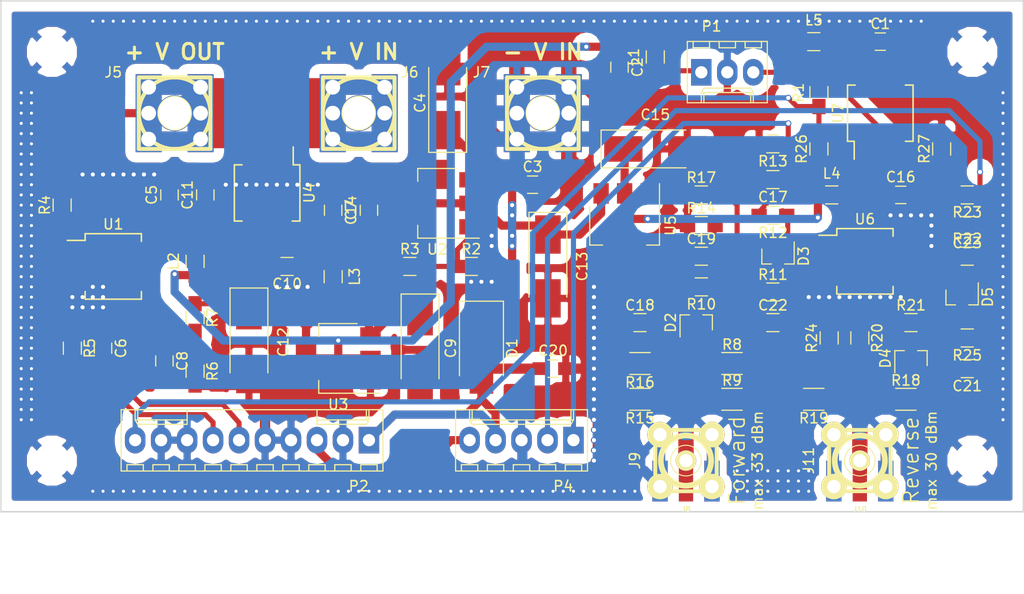
<source format=kicad_pcb>
(kicad_pcb (version 4) (host pcbnew 4.0.7)
  (layers (0 F.Cu signal) (31 B.Cu signal) (34 B.Paste user) (35 F.Paste user) (36 B.SilkS user) (37 F.SilkS user) (38 B.Mask user) (39 F.Mask user) (44 Edge.Cuts user))
  (net 0 "")
  (net 1 +5VA)
  (net 2 GND)
  (net 3 +12V)
  (net 4 "Net-(C3-Pad1)")
  (net 5 "Net-(C13-Pad1)")
  (net 6 "Net-(C6-Pad1)")
  (net 7 "Net-(C8-Pad1)")
  (net 8 +5VD)
  (net 9 "Net-(C16-Pad1)")
  (net 10 "Net-(C18-Pad2)")
  (net 11 "Net-(C21-Pad2)")
  (net 12 "Net-(D2-Pad2)")
  (net 13 "Net-(D3-Pad2)")
  (net 14 "Net-(D3-Pad1)")
  (net 15 "Net-(D4-Pad2)")
  (net 16 "Net-(D5-Pad2)")
  (net 17 "Net-(D5-Pad1)")
  (net 18 "Net-(P1-Pad3)")
  (net 19 "Net-(P2-Pad3)")
  (net 20 "Net-(P2-Pad6)")
  (net 21 "Net-(P2-Pad7)")
  (net 22 "Net-(J6-Pad1)")
  (net 23 "Net-(L1-Pad1)")
  (net 24 "Net-(C5-Pad1)")
  (net 25 "Net-(C10-Pad2)")
  (net 26 "Net-(C11-Pad1)")
  (net 27 "Net-(C14-Pad2)")
  (net 28 "Net-(C17-Pad1)")
  (net 29 "Net-(C19-Pad2)")
  (net 30 "Net-(C22-Pad2)")
  (net 31 "Net-(C23-Pad1)")
  (net 32 "Net-(J5-Pad1)")
  (net 33 "Net-(R2-Pad1)")
  (net 34 "Net-(R11-Pad2)")
  (net 35 "Net-(R21-Pad2)")
  (net 36 "Net-(C1-Pad1)")
  (net 37 "Net-(P2-Pad10)")
  (net 38 "Net-(R26-Pad1)")
  (net 39 "Net-(U7-Pad6)")
  (module via:via (layer F.Cu) (at 159 128)
    (fp_text reference REF** hide)
    (fp_text value via hide)
    (pad 1 thru_hole circle (at 0 0) (size 0.6 0.6) (drill 0.3) (layers *.Cu) (net 2 GND))
  )
  (module via:via (layer F.Cu) (at 158 128)
    (fp_text reference REF** hide)
    (fp_text value via hide)
    (pad 1 thru_hole circle (at 0 0) (size 0.6 0.6) (drill 0.3) (layers *.Cu) (net 2 GND))
  )
  (module via:via (layer F.Cu) (at 157 128)
    (fp_text reference REF** hide)
    (fp_text value via hide)
    (pad 1 thru_hole circle (at 0 0) (size 0.6 0.6) (drill 0.3) (layers *.Cu) (net 2 GND))
  )
  (module via:via (layer F.Cu) (at 156 128)
    (fp_text reference REF** hide)
    (fp_text value via hide)
    (pad 1 thru_hole circle (at 0 0) (size 0.6 0.6) (drill 0.3) (layers *.Cu) (net 2 GND))
  )
  (module via:via (layer F.Cu) (at 155 128)
    (fp_text reference REF** hide)
    (fp_text value via hide)
    (pad 1 thru_hole circle (at 0 0) (size 0.6 0.6) (drill 0.3) (layers *.Cu) (net 2 GND))
  )
  (module via:via (layer F.Cu) (at 154 128)
    (fp_text reference REF** hide)
    (fp_text value via hide)
    (pad 1 thru_hole circle (at 0 0) (size 0.6 0.6) (drill 0.3) (layers *.Cu) (net 2 GND))
  )
  (module via:via (layer F.Cu) (at 153 128)
    (fp_text reference REF** hide)
    (fp_text value via hide)
    (pad 1 thru_hole circle (at 0 0) (size 0.6 0.6) (drill 0.3) (layers *.Cu) (net 2 GND))
  )
  (module via:via (layer F.Cu) (at 152 128)
    (fp_text reference REF** hide)
    (fp_text value via hide)
    (pad 1 thru_hole circle (at 0 0) (size 0.6 0.6) (drill 0.3) (layers *.Cu) (net 2 GND))
  )
  (module via:via (layer F.Cu) (at 159 127)
    (fp_text reference REF** hide)
    (fp_text value via hide)
    (pad 1 thru_hole circle (at 0 0) (size 0.6 0.6) (drill 0.3) (layers *.Cu) (net 2 GND))
  )
  (module via:via (layer F.Cu) (at 158 127)
    (fp_text reference REF** hide)
    (fp_text value via hide)
    (pad 1 thru_hole circle (at 0 0) (size 0.6 0.6) (drill 0.3) (layers *.Cu) (net 2 GND))
  )
  (module via:via (layer F.Cu) (at 157 127)
    (fp_text reference REF** hide)
    (fp_text value via hide)
    (pad 1 thru_hole circle (at 0 0) (size 0.6 0.6) (drill 0.3) (layers *.Cu) (net 2 GND))
  )
  (module via:via (layer F.Cu) (at 156 127)
    (fp_text reference REF** hide)
    (fp_text value via hide)
    (pad 1 thru_hole circle (at 0 0) (size 0.6 0.6) (drill 0.3) (layers *.Cu) (net 2 GND))
  )
  (module via:via (layer F.Cu) (at 155 127)
    (fp_text reference REF** hide)
    (fp_text value via hide)
    (pad 1 thru_hole circle (at 0 0) (size 0.6 0.6) (drill 0.3) (layers *.Cu) (net 2 GND))
  )
  (module via:via (layer F.Cu) (at 154 127)
    (fp_text reference REF** hide)
    (fp_text value via hide)
    (pad 1 thru_hole circle (at 0 0) (size 0.6 0.6) (drill 0.3) (layers *.Cu) (net 2 GND))
  )
  (module via:via (layer F.Cu) (at 153 127)
    (fp_text reference REF** hide)
    (fp_text value via hide)
    (pad 1 thru_hole circle (at 0 0) (size 0.6 0.6) (drill 0.3) (layers *.Cu) (net 2 GND))
  )
  (module via:via (layer F.Cu) (at 152 127)
    (fp_text reference REF** hide)
    (fp_text value via hide)
    (pad 1 thru_hole circle (at 0 0) (size 0.6 0.6) (drill 0.3) (layers *.Cu) (net 2 GND))
  )
  (module via:via (layer F.Cu) (at 159 126)
    (fp_text reference REF** hide)
    (fp_text value via hide)
    (pad 1 thru_hole circle (at 0 0) (size 0.6 0.6) (drill 0.3) (layers *.Cu) (net 2 GND))
  )
  (module via:via (layer F.Cu) (at 158 126)
    (fp_text reference REF** hide)
    (fp_text value via hide)
    (pad 1 thru_hole circle (at 0 0) (size 0.6 0.6) (drill 0.3) (layers *.Cu) (net 2 GND))
  )
  (module via:via (layer F.Cu) (at 157 126)
    (fp_text reference REF** hide)
    (fp_text value via hide)
    (pad 1 thru_hole circle (at 0 0) (size 0.6 0.6) (drill 0.3) (layers *.Cu) (net 2 GND))
  )
  (module via:via (layer F.Cu) (at 156 126)
    (fp_text reference REF** hide)
    (fp_text value via hide)
    (pad 1 thru_hole circle (at 0 0) (size 0.6 0.6) (drill 0.3) (layers *.Cu) (net 2 GND))
  )
  (module via:via (layer F.Cu) (at 155 126)
    (fp_text reference REF** hide)
    (fp_text value via hide)
    (pad 1 thru_hole circle (at 0 0) (size 0.6 0.6) (drill 0.3) (layers *.Cu) (net 2 GND))
  )
  (module via:via (layer F.Cu) (at 154 126)
    (fp_text reference REF** hide)
    (fp_text value via hide)
    (pad 1 thru_hole circle (at 0 0) (size 0.6 0.6) (drill 0.3) (layers *.Cu) (net 2 GND))
  )
  (module via:via (layer F.Cu) (at 153 126)
    (fp_text reference REF** hide)
    (fp_text value via hide)
    (pad 1 thru_hole circle (at 0 0) (size 0.6 0.6) (drill 0.3) (layers *.Cu) (net 2 GND))
  )
  (module via:via (layer F.Cu) (at 83 121)
    (fp_text reference REF** hide)
    (fp_text value via hide)
    (pad 1 thru_hole circle (at 0 0) (size 0.6 0.6) (drill 0.3) (layers *.Cu) (net 2 GND))
  )
  (module via:via (layer F.Cu) (at 82 121)
    (fp_text reference REF** hide)
    (fp_text value via hide)
    (pad 1 thru_hole circle (at 0 0) (size 0.6 0.6) (drill 0.3) (layers *.Cu) (net 2 GND))
  )
  (module via:via (layer F.Cu) (at 83 120)
    (fp_text reference REF** hide)
    (fp_text value via hide)
    (pad 1 thru_hole circle (at 0 0) (size 0.6 0.6) (drill 0.3) (layers *.Cu) (net 2 GND))
  )
  (module via:via (layer F.Cu) (at 82 120)
    (fp_text reference REF** hide)
    (fp_text value via hide)
    (pad 1 thru_hole circle (at 0 0) (size 0.6 0.6) (drill 0.3) (layers *.Cu) (net 2 GND))
  )
  (module via:via (layer F.Cu) (at 83 119)
    (fp_text reference REF** hide)
    (fp_text value via hide)
    (pad 1 thru_hole circle (at 0 0) (size 0.6 0.6) (drill 0.3) (layers *.Cu) (net 2 GND))
  )
  (module via:via (layer F.Cu) (at 82 119)
    (fp_text reference REF** hide)
    (fp_text value via hide)
    (pad 1 thru_hole circle (at 0 0) (size 0.6 0.6) (drill 0.3) (layers *.Cu) (net 2 GND))
  )
  (module via:via (layer F.Cu) (at 83 118)
    (fp_text reference REF** hide)
    (fp_text value via hide)
    (pad 1 thru_hole circle (at 0 0) (size 0.6 0.6) (drill 0.3) (layers *.Cu) (net 2 GND))
  )
  (module via:via (layer F.Cu) (at 82 118)
    (fp_text reference REF** hide)
    (fp_text value via hide)
    (pad 1 thru_hole circle (at 0 0) (size 0.6 0.6) (drill 0.3) (layers *.Cu) (net 2 GND))
  )
  (module via:via (layer F.Cu) (at 83 117)
    (fp_text reference REF** hide)
    (fp_text value via hide)
    (pad 1 thru_hole circle (at 0 0) (size 0.6 0.6) (drill 0.3) (layers *.Cu) (net 2 GND))
  )
  (module via:via (layer F.Cu) (at 82 117)
    (fp_text reference REF** hide)
    (fp_text value via hide)
    (pad 1 thru_hole circle (at 0 0) (size 0.6 0.6) (drill 0.3) (layers *.Cu) (net 2 GND))
  )
  (module via:via (layer F.Cu) (at 83 116)
    (fp_text reference REF** hide)
    (fp_text value via hide)
    (pad 1 thru_hole circle (at 0 0) (size 0.6 0.6) (drill 0.3) (layers *.Cu) (net 2 GND))
  )
  (module via:via (layer F.Cu) (at 82 116)
    (fp_text reference REF** hide)
    (fp_text value via hide)
    (pad 1 thru_hole circle (at 0 0) (size 0.6 0.6) (drill 0.3) (layers *.Cu) (net 2 GND))
  )
  (module via:via (layer F.Cu) (at 83 115)
    (fp_text reference REF** hide)
    (fp_text value via hide)
    (pad 1 thru_hole circle (at 0 0) (size 0.6 0.6) (drill 0.3) (layers *.Cu) (net 2 GND))
  )
  (module via:via (layer F.Cu) (at 82 115)
    (fp_text reference REF** hide)
    (fp_text value via hide)
    (pad 1 thru_hole circle (at 0 0) (size 0.6 0.6) (drill 0.3) (layers *.Cu) (net 2 GND))
  )
  (module via:via (layer F.Cu) (at 83 114)
    (fp_text reference REF** hide)
    (fp_text value via hide)
    (pad 1 thru_hole circle (at 0 0) (size 0.6 0.6) (drill 0.3) (layers *.Cu) (net 2 GND))
  )
  (module via:via (layer F.Cu) (at 82 114)
    (fp_text reference REF** hide)
    (fp_text value via hide)
    (pad 1 thru_hole circle (at 0 0) (size 0.6 0.6) (drill 0.3) (layers *.Cu) (net 2 GND))
  )
  (module via:via (layer F.Cu) (at 83 113)
    (fp_text reference REF** hide)
    (fp_text value via hide)
    (pad 1 thru_hole circle (at 0 0) (size 0.6 0.6) (drill 0.3) (layers *.Cu) (net 2 GND))
  )
  (module via:via (layer F.Cu) (at 82 113)
    (fp_text reference REF** hide)
    (fp_text value via hide)
    (pad 1 thru_hole circle (at 0 0) (size 0.6 0.6) (drill 0.3) (layers *.Cu) (net 2 GND))
  )
  (module via:via (layer F.Cu) (at 83 112)
    (fp_text reference REF** hide)
    (fp_text value via hide)
    (pad 1 thru_hole circle (at 0 0) (size 0.6 0.6) (drill 0.3) (layers *.Cu) (net 2 GND))
  )
  (module via:via (layer F.Cu) (at 82 112)
    (fp_text reference REF** hide)
    (fp_text value via hide)
    (pad 1 thru_hole circle (at 0 0) (size 0.6 0.6) (drill 0.3) (layers *.Cu) (net 2 GND))
  )
  (module via:via (layer F.Cu) (at 83 111)
    (fp_text reference REF** hide)
    (fp_text value via hide)
    (pad 1 thru_hole circle (at 0 0) (size 0.6 0.6) (drill 0.3) (layers *.Cu) (net 2 GND))
  )
  (module via:via (layer F.Cu) (at 82 111)
    (fp_text reference REF** hide)
    (fp_text value via hide)
    (pad 1 thru_hole circle (at 0 0) (size 0.6 0.6) (drill 0.3) (layers *.Cu) (net 2 GND))
  )
  (module via:via (layer F.Cu) (at 83 110)
    (fp_text reference REF** hide)
    (fp_text value via hide)
    (pad 1 thru_hole circle (at 0 0) (size 0.6 0.6) (drill 0.3) (layers *.Cu) (net 2 GND))
  )
  (module via:via (layer F.Cu) (at 82 110)
    (fp_text reference REF** hide)
    (fp_text value via hide)
    (pad 1 thru_hole circle (at 0 0) (size 0.6 0.6) (drill 0.3) (layers *.Cu) (net 2 GND))
  )
  (module via:via (layer F.Cu) (at 83 109)
    (fp_text reference REF** hide)
    (fp_text value via hide)
    (pad 1 thru_hole circle (at 0 0) (size 0.6 0.6) (drill 0.3) (layers *.Cu) (net 2 GND))
  )
  (module via:via (layer F.Cu) (at 82 109)
    (fp_text reference REF** hide)
    (fp_text value via hide)
    (pad 1 thru_hole circle (at 0 0) (size 0.6 0.6) (drill 0.3) (layers *.Cu) (net 2 GND))
  )
  (module via:via (layer F.Cu) (at 83 108)
    (fp_text reference REF** hide)
    (fp_text value via hide)
    (pad 1 thru_hole circle (at 0 0) (size 0.6 0.6) (drill 0.3) (layers *.Cu) (net 2 GND))
  )
  (module via:via (layer F.Cu) (at 82 108)
    (fp_text reference REF** hide)
    (fp_text value via hide)
    (pad 1 thru_hole circle (at 0 0) (size 0.6 0.6) (drill 0.3) (layers *.Cu) (net 2 GND))
  )
  (module via:via (layer F.Cu) (at 83 107)
    (fp_text reference REF** hide)
    (fp_text value via hide)
    (pad 1 thru_hole circle (at 0 0) (size 0.6 0.6) (drill 0.3) (layers *.Cu) (net 2 GND))
  )
  (module via:via (layer F.Cu) (at 82 107)
    (fp_text reference REF** hide)
    (fp_text value via hide)
    (pad 1 thru_hole circle (at 0 0) (size 0.6 0.6) (drill 0.3) (layers *.Cu) (net 2 GND))
  )
  (module via:via (layer F.Cu) (at 83 106)
    (fp_text reference REF** hide)
    (fp_text value via hide)
    (pad 1 thru_hole circle (at 0 0) (size 0.6 0.6) (drill 0.3) (layers *.Cu) (net 2 GND))
  )
  (module via:via (layer F.Cu) (at 82 106)
    (fp_text reference REF** hide)
    (fp_text value via hide)
    (pad 1 thru_hole circle (at 0 0) (size 0.6 0.6) (drill 0.3) (layers *.Cu) (net 2 GND))
  )
  (module via:via (layer F.Cu) (at 83 105)
    (fp_text reference REF** hide)
    (fp_text value via hide)
    (pad 1 thru_hole circle (at 0 0) (size 0.6 0.6) (drill 0.3) (layers *.Cu) (net 2 GND))
  )
  (module via:via (layer F.Cu) (at 82 105)
    (fp_text reference REF** hide)
    (fp_text value via hide)
    (pad 1 thru_hole circle (at 0 0) (size 0.6 0.6) (drill 0.3) (layers *.Cu) (net 2 GND))
  )
  (module via:via (layer F.Cu) (at 83 104)
    (fp_text reference REF** hide)
    (fp_text value via hide)
    (pad 1 thru_hole circle (at 0 0) (size 0.6 0.6) (drill 0.3) (layers *.Cu) (net 2 GND))
  )
  (module via:via (layer F.Cu) (at 82 104)
    (fp_text reference REF** hide)
    (fp_text value via hide)
    (pad 1 thru_hole circle (at 0 0) (size 0.6 0.6) (drill 0.3) (layers *.Cu) (net 2 GND))
  )
  (module via:via (layer F.Cu) (at 83 103)
    (fp_text reference REF** hide)
    (fp_text value via hide)
    (pad 1 thru_hole circle (at 0 0) (size 0.6 0.6) (drill 0.3) (layers *.Cu) (net 2 GND))
  )
  (module via:via (layer F.Cu) (at 82 103)
    (fp_text reference REF** hide)
    (fp_text value via hide)
    (pad 1 thru_hole circle (at 0 0) (size 0.6 0.6) (drill 0.3) (layers *.Cu) (net 2 GND))
  )
  (module via:via (layer F.Cu) (at 83 102)
    (fp_text reference REF** hide)
    (fp_text value via hide)
    (pad 1 thru_hole circle (at 0 0) (size 0.6 0.6) (drill 0.3) (layers *.Cu) (net 2 GND))
  )
  (module via:via (layer F.Cu) (at 82 102)
    (fp_text reference REF** hide)
    (fp_text value via hide)
    (pad 1 thru_hole circle (at 0 0) (size 0.6 0.6) (drill 0.3) (layers *.Cu) (net 2 GND))
  )
  (module via:via (layer F.Cu) (at 83 101)
    (fp_text reference REF** hide)
    (fp_text value via hide)
    (pad 1 thru_hole circle (at 0 0) (size 0.6 0.6) (drill 0.3) (layers *.Cu) (net 2 GND))
  )
  (module via:via (layer F.Cu) (at 82 101)
    (fp_text reference REF** hide)
    (fp_text value via hide)
    (pad 1 thru_hole circle (at 0 0) (size 0.6 0.6) (drill 0.3) (layers *.Cu) (net 2 GND))
  )
  (module via:via (layer F.Cu) (at 83 100)
    (fp_text reference REF** hide)
    (fp_text value via hide)
    (pad 1 thru_hole circle (at 0 0) (size 0.6 0.6) (drill 0.3) (layers *.Cu) (net 2 GND))
  )
  (module via:via (layer F.Cu) (at 82 100)
    (fp_text reference REF** hide)
    (fp_text value via hide)
    (pad 1 thru_hole circle (at 0 0) (size 0.6 0.6) (drill 0.3) (layers *.Cu) (net 2 GND))
  )
  (module via:via (layer F.Cu) (at 83 99)
    (fp_text reference REF** hide)
    (fp_text value via hide)
    (pad 1 thru_hole circle (at 0 0) (size 0.6 0.6) (drill 0.3) (layers *.Cu) (net 2 GND))
  )
  (module via:via (layer F.Cu) (at 82 99)
    (fp_text reference REF** hide)
    (fp_text value via hide)
    (pad 1 thru_hole circle (at 0 0) (size 0.6 0.6) (drill 0.3) (layers *.Cu) (net 2 GND))
  )
  (module via:via (layer F.Cu) (at 83 98)
    (fp_text reference REF** hide)
    (fp_text value via hide)
    (pad 1 thru_hole circle (at 0 0) (size 0.6 0.6) (drill 0.3) (layers *.Cu) (net 2 GND))
  )
  (module via:via (layer F.Cu) (at 82 98)
    (fp_text reference REF** hide)
    (fp_text value via hide)
    (pad 1 thru_hole circle (at 0 0) (size 0.6 0.6) (drill 0.3) (layers *.Cu) (net 2 GND))
  )
  (module via:via (layer F.Cu) (at 83 97)
    (fp_text reference REF** hide)
    (fp_text value via hide)
    (pad 1 thru_hole circle (at 0 0) (size 0.6 0.6) (drill 0.3) (layers *.Cu) (net 2 GND))
  )
  (module via:via (layer F.Cu) (at 82 97)
    (fp_text reference REF** hide)
    (fp_text value via hide)
    (pad 1 thru_hole circle (at 0 0) (size 0.6 0.6) (drill 0.3) (layers *.Cu) (net 2 GND))
  )
  (module via:via (layer F.Cu) (at 83 96)
    (fp_text reference REF** hide)
    (fp_text value via hide)
    (pad 1 thru_hole circle (at 0 0) (size 0.6 0.6) (drill 0.3) (layers *.Cu) (net 2 GND))
  )
  (module via:via (layer F.Cu) (at 82 96)
    (fp_text reference REF** hide)
    (fp_text value via hide)
    (pad 1 thru_hole circle (at 0 0) (size 0.6 0.6) (drill 0.3) (layers *.Cu) (net 2 GND))
  )
  (module via:via (layer F.Cu) (at 83 95)
    (fp_text reference REF** hide)
    (fp_text value via hide)
    (pad 1 thru_hole circle (at 0 0) (size 0.6 0.6) (drill 0.3) (layers *.Cu) (net 2 GND))
  )
  (module via:via (layer F.Cu) (at 82 95)
    (fp_text reference REF** hide)
    (fp_text value via hide)
    (pad 1 thru_hole circle (at 0 0) (size 0.6 0.6) (drill 0.3) (layers *.Cu) (net 2 GND))
  )
  (module via:via (layer F.Cu) (at 83 94)
    (fp_text reference REF** hide)
    (fp_text value via hide)
    (pad 1 thru_hole circle (at 0 0) (size 0.6 0.6) (drill 0.3) (layers *.Cu) (net 2 GND))
  )
  (module via:via (layer F.Cu) (at 82 94)
    (fp_text reference REF** hide)
    (fp_text value via hide)
    (pad 1 thru_hole circle (at 0 0) (size 0.6 0.6) (drill 0.3) (layers *.Cu) (net 2 GND))
  )
  (module via:via (layer F.Cu) (at 83 93)
    (fp_text reference REF** hide)
    (fp_text value via hide)
    (pad 1 thru_hole circle (at 0 0) (size 0.6 0.6) (drill 0.3) (layers *.Cu) (net 2 GND))
  )
  (module via:via (layer F.Cu) (at 82 93)
    (fp_text reference REF** hide)
    (fp_text value via hide)
    (pad 1 thru_hole circle (at 0 0) (size 0.6 0.6) (drill 0.3) (layers *.Cu) (net 2 GND))
  )
  (module via:via (layer F.Cu) (at 83 92)
    (fp_text reference REF** hide)
    (fp_text value via hide)
    (pad 1 thru_hole circle (at 0 0) (size 0.6 0.6) (drill 0.3) (layers *.Cu) (net 2 GND))
  )
  (module via:via (layer F.Cu) (at 82 92)
    (fp_text reference REF** hide)
    (fp_text value via hide)
    (pad 1 thru_hole circle (at 0 0) (size 0.6 0.6) (drill 0.3) (layers *.Cu) (net 2 GND))
  )
  (module via:via (layer F.Cu) (at 83 91)
    (fp_text reference REF** hide)
    (fp_text value via hide)
    (pad 1 thru_hole circle (at 0 0) (size 0.6 0.6) (drill 0.3) (layers *.Cu) (net 2 GND))
  )
  (module via:via (layer F.Cu) (at 82 91)
    (fp_text reference REF** hide)
    (fp_text value via hide)
    (pad 1 thru_hole circle (at 0 0) (size 0.6 0.6) (drill 0.3) (layers *.Cu) (net 2 GND))
  )
  (module via:via (layer F.Cu) (at 83 90)
    (fp_text reference REF** hide)
    (fp_text value via hide)
    (pad 1 thru_hole circle (at 0 0) (size 0.6 0.6) (drill 0.3) (layers *.Cu) (net 2 GND))
  )
  (module via:via (layer F.Cu) (at 82 90)
    (fp_text reference REF** hide)
    (fp_text value via hide)
    (pad 1 thru_hole circle (at 0 0) (size 0.6 0.6) (drill 0.3) (layers *.Cu) (net 2 GND))
  )
  (module via:via (layer F.Cu) (at 83 89)
    (fp_text reference REF** hide)
    (fp_text value via hide)
    (pad 1 thru_hole circle (at 0 0) (size 0.6 0.6) (drill 0.3) (layers *.Cu) (net 2 GND))
  )
  (module via:via (layer F.Cu) (at 152 126)
    (fp_text reference REF** hide)
    (fp_text value via hide)
    (pad 1 thru_hole circle (at 0 0) (size 0.6 0.6) (drill 0.3) (layers *.Cu) (net 2 GND))
  )
  (module via:via (layer F.Cu) (at 82 89)
    (fp_text reference REF** hide)
    (fp_text value via hide)
    (pad 1 thru_hole circle (at 0 0) (size 0.6 0.6) (drill 0.3) (layers *.Cu) (net 2 GND))
  )
  (module via:via (layer F.Cu) (at 178 121)
    (fp_text reference REF** hide)
    (fp_text value via hide)
    (pad 1 thru_hole circle (at 0 0) (size 0.6 0.6) (drill 0.3) (layers *.Cu) (net 2 GND))
  )
  (module via:via (layer F.Cu) (at 178 120)
    (fp_text reference REF** hide)
    (fp_text value via hide)
    (pad 1 thru_hole circle (at 0 0) (size 0.6 0.6) (drill 0.3) (layers *.Cu) (net 2 GND))
  )
  (module via:via (layer F.Cu) (at 178 119)
    (fp_text reference REF** hide)
    (fp_text value via hide)
    (pad 1 thru_hole circle (at 0 0) (size 0.6 0.6) (drill 0.3) (layers *.Cu) (net 2 GND))
  )
  (module via:via (layer F.Cu) (at 178 118)
    (fp_text reference REF** hide)
    (fp_text value via hide)
    (pad 1 thru_hole circle (at 0 0) (size 0.6 0.6) (drill 0.3) (layers *.Cu) (net 2 GND))
  )
  (module via:via (layer F.Cu) (at 178 117)
    (fp_text reference REF** hide)
    (fp_text value via hide)
    (pad 1 thru_hole circle (at 0 0) (size 0.6 0.6) (drill 0.3) (layers *.Cu) (net 2 GND))
  )
  (module via:via (layer F.Cu) (at 178 116)
    (fp_text reference REF** hide)
    (fp_text value via hide)
    (pad 1 thru_hole circle (at 0 0) (size 0.6 0.6) (drill 0.3) (layers *.Cu) (net 2 GND))
  )
  (module via:via (layer F.Cu) (at 178 115)
    (fp_text reference REF** hide)
    (fp_text value via hide)
    (pad 1 thru_hole circle (at 0 0) (size 0.6 0.6) (drill 0.3) (layers *.Cu) (net 2 GND))
  )
  (module via:via (layer F.Cu) (at 178 114)
    (fp_text reference REF** hide)
    (fp_text value via hide)
    (pad 1 thru_hole circle (at 0 0) (size 0.6 0.6) (drill 0.3) (layers *.Cu) (net 2 GND))
  )
  (module via:via (layer F.Cu) (at 178 113)
    (fp_text reference REF** hide)
    (fp_text value via hide)
    (pad 1 thru_hole circle (at 0 0) (size 0.6 0.6) (drill 0.3) (layers *.Cu) (net 2 GND))
  )
  (module via:via (layer F.Cu) (at 178 112)
    (fp_text reference REF** hide)
    (fp_text value via hide)
    (pad 1 thru_hole circle (at 0 0) (size 0.6 0.6) (drill 0.3) (layers *.Cu) (net 2 GND))
  )
  (module via:via (layer F.Cu) (at 178 111)
    (fp_text reference REF** hide)
    (fp_text value via hide)
    (pad 1 thru_hole circle (at 0 0) (size 0.6 0.6) (drill 0.3) (layers *.Cu) (net 2 GND))
  )
  (module via:via (layer F.Cu) (at 178 110)
    (fp_text reference REF** hide)
    (fp_text value via hide)
    (pad 1 thru_hole circle (at 0 0) (size 0.6 0.6) (drill 0.3) (layers *.Cu) (net 2 GND))
  )
  (module via:via (layer F.Cu) (at 178 109)
    (fp_text reference REF** hide)
    (fp_text value via hide)
    (pad 1 thru_hole circle (at 0 0) (size 0.6 0.6) (drill 0.3) (layers *.Cu) (net 2 GND))
  )
  (module via:via (layer F.Cu) (at 178 108)
    (fp_text reference REF** hide)
    (fp_text value via hide)
    (pad 1 thru_hole circle (at 0 0) (size 0.6 0.6) (drill 0.3) (layers *.Cu) (net 2 GND))
  )
  (module via:via (layer F.Cu) (at 178 107)
    (fp_text reference REF** hide)
    (fp_text value via hide)
    (pad 1 thru_hole circle (at 0 0) (size 0.6 0.6) (drill 0.3) (layers *.Cu) (net 2 GND))
  )
  (module via:via (layer F.Cu) (at 178 106)
    (fp_text reference REF** hide)
    (fp_text value via hide)
    (pad 1 thru_hole circle (at 0 0) (size 0.6 0.6) (drill 0.3) (layers *.Cu) (net 2 GND))
  )
  (module via:via (layer F.Cu) (at 178 105)
    (fp_text reference REF** hide)
    (fp_text value via hide)
    (pad 1 thru_hole circle (at 0 0) (size 0.6 0.6) (drill 0.3) (layers *.Cu) (net 2 GND))
  )
  (module via:via (layer F.Cu) (at 178 104)
    (fp_text reference REF** hide)
    (fp_text value via hide)
    (pad 1 thru_hole circle (at 0 0) (size 0.6 0.6) (drill 0.3) (layers *.Cu) (net 2 GND))
  )
  (module via:via (layer F.Cu) (at 178 103)
    (fp_text reference REF** hide)
    (fp_text value via hide)
    (pad 1 thru_hole circle (at 0 0) (size 0.6 0.6) (drill 0.3) (layers *.Cu) (net 2 GND))
  )
  (module via:via (layer F.Cu) (at 178 102)
    (fp_text reference REF** hide)
    (fp_text value via hide)
    (pad 1 thru_hole circle (at 0 0) (size 0.6 0.6) (drill 0.3) (layers *.Cu) (net 2 GND))
  )
  (module via:via (layer F.Cu) (at 178 101)
    (fp_text reference REF** hide)
    (fp_text value via hide)
    (pad 1 thru_hole circle (at 0 0) (size 0.6 0.6) (drill 0.3) (layers *.Cu) (net 2 GND))
  )
  (module via:via (layer F.Cu) (at 178 100)
    (fp_text reference REF** hide)
    (fp_text value via hide)
    (pad 1 thru_hole circle (at 0 0) (size 0.6 0.6) (drill 0.3) (layers *.Cu) (net 2 GND))
  )
  (module via:via (layer F.Cu) (at 178 99)
    (fp_text reference REF** hide)
    (fp_text value via hide)
    (pad 1 thru_hole circle (at 0 0) (size 0.6 0.6) (drill 0.3) (layers *.Cu) (net 2 GND))
  )
  (module via:via (layer F.Cu) (at 178 98)
    (fp_text reference REF** hide)
    (fp_text value via hide)
    (pad 1 thru_hole circle (at 0 0) (size 0.6 0.6) (drill 0.3) (layers *.Cu) (net 2 GND))
  )
  (module via:via (layer F.Cu) (at 178 97)
    (fp_text reference REF** hide)
    (fp_text value via hide)
    (pad 1 thru_hole circle (at 0 0) (size 0.6 0.6) (drill 0.3) (layers *.Cu) (net 2 GND))
  )
  (module via:via (layer F.Cu) (at 178 96)
    (fp_text reference REF** hide)
    (fp_text value via hide)
    (pad 1 thru_hole circle (at 0 0) (size 0.6 0.6) (drill 0.3) (layers *.Cu) (net 2 GND))
  )
  (module via:via (layer F.Cu) (at 178 95)
    (fp_text reference REF** hide)
    (fp_text value via hide)
    (pad 1 thru_hole circle (at 0 0) (size 0.6 0.6) (drill 0.3) (layers *.Cu) (net 2 GND))
  )
  (module via:via (layer F.Cu) (at 178 94)
    (fp_text reference REF** hide)
    (fp_text value via hide)
    (pad 1 thru_hole circle (at 0 0) (size 0.6 0.6) (drill 0.3) (layers *.Cu) (net 2 GND))
  )
  (module via:via (layer F.Cu) (at 178 93)
    (fp_text reference REF** hide)
    (fp_text value via hide)
    (pad 1 thru_hole circle (at 0 0) (size 0.6 0.6) (drill 0.3) (layers *.Cu) (net 2 GND))
  )
  (module via:via (layer F.Cu) (at 178 92)
    (fp_text reference REF** hide)
    (fp_text value via hide)
    (pad 1 thru_hole circle (at 0 0) (size 0.6 0.6) (drill 0.3) (layers *.Cu) (net 2 GND))
  )
  (module via:via (layer F.Cu) (at 178 91)
    (fp_text reference REF** hide)
    (fp_text value via hide)
    (pad 1 thru_hole circle (at 0 0) (size 0.6 0.6) (drill 0.3) (layers *.Cu) (net 2 GND))
  )
  (module via:via (layer F.Cu) (at 178 90)
    (fp_text reference REF** hide)
    (fp_text value via hide)
    (pad 1 thru_hole circle (at 0 0) (size 0.6 0.6) (drill 0.3) (layers *.Cu) (net 2 GND))
  )
  (module via:via (layer F.Cu) (at 142 128)
    (fp_text reference REF** hide)
    (fp_text value via hide)
    (pad 1 thru_hole circle (at 0 0) (size 0.6 0.6) (drill 0.3) (layers *.Cu) (net 2 GND))
  )
  (module via:via (layer F.Cu) (at 141 128)
    (fp_text reference REF** hide)
    (fp_text value via hide)
    (pad 1 thru_hole circle (at 0 0) (size 0.6 0.6) (drill 0.3) (layers *.Cu) (net 2 GND))
  )
  (module via:via (layer F.Cu) (at 140 128)
    (fp_text reference REF** hide)
    (fp_text value via hide)
    (pad 1 thru_hole circle (at 0 0) (size 0.6 0.6) (drill 0.3) (layers *.Cu) (net 2 GND))
  )
  (module via:via (layer F.Cu) (at 139 128)
    (fp_text reference REF** hide)
    (fp_text value via hide)
    (pad 1 thru_hole circle (at 0 0) (size 0.6 0.6) (drill 0.3) (layers *.Cu) (net 2 GND))
  )
  (module via:via (layer F.Cu) (at 138 128)
    (fp_text reference REF** hide)
    (fp_text value via hide)
    (pad 1 thru_hole circle (at 0 0) (size 0.6 0.6) (drill 0.3) (layers *.Cu) (net 2 GND))
  )
  (module via:via (layer F.Cu) (at 137 128)
    (fp_text reference REF** hide)
    (fp_text value via hide)
    (pad 1 thru_hole circle (at 0 0) (size 0.6 0.6) (drill 0.3) (layers *.Cu) (net 2 GND))
  )
  (module via:via (layer F.Cu) (at 136 128)
    (fp_text reference REF** hide)
    (fp_text value via hide)
    (pad 1 thru_hole circle (at 0 0) (size 0.6 0.6) (drill 0.3) (layers *.Cu) (net 2 GND))
  )
  (module via:via (layer F.Cu) (at 135 128)
    (fp_text reference REF** hide)
    (fp_text value via hide)
    (pad 1 thru_hole circle (at 0 0) (size 0.6 0.6) (drill 0.3) (layers *.Cu) (net 2 GND))
  )
  (module via:via (layer F.Cu) (at 134 128)
    (fp_text reference REF** hide)
    (fp_text value via hide)
    (pad 1 thru_hole circle (at 0 0) (size 0.6 0.6) (drill 0.3) (layers *.Cu) (net 2 GND))
  )
  (module via:via (layer F.Cu) (at 133 128)
    (fp_text reference REF** hide)
    (fp_text value via hide)
    (pad 1 thru_hole circle (at 0 0) (size 0.6 0.6) (drill 0.3) (layers *.Cu) (net 2 GND))
  )
  (module via:via (layer F.Cu) (at 132 128)
    (fp_text reference REF** hide)
    (fp_text value via hide)
    (pad 1 thru_hole circle (at 0 0) (size 0.6 0.6) (drill 0.3) (layers *.Cu) (net 2 GND))
  )
  (module via:via (layer F.Cu) (at 131 128)
    (fp_text reference REF** hide)
    (fp_text value via hide)
    (pad 1 thru_hole circle (at 0 0) (size 0.6 0.6) (drill 0.3) (layers *.Cu) (net 2 GND))
  )
  (module via:via (layer F.Cu) (at 130 128)
    (fp_text reference REF** hide)
    (fp_text value via hide)
    (pad 1 thru_hole circle (at 0 0) (size 0.6 0.6) (drill 0.3) (layers *.Cu) (net 2 GND))
  )
  (module via:via (layer F.Cu) (at 129 128)
    (fp_text reference REF** hide)
    (fp_text value via hide)
    (pad 1 thru_hole circle (at 0 0) (size 0.6 0.6) (drill 0.3) (layers *.Cu) (net 2 GND))
  )
  (module via:via (layer F.Cu) (at 128 128)
    (fp_text reference REF** hide)
    (fp_text value via hide)
    (pad 1 thru_hole circle (at 0 0) (size 0.6 0.6) (drill 0.3) (layers *.Cu) (net 2 GND))
  )
  (module via:via (layer F.Cu) (at 127 128)
    (fp_text reference REF** hide)
    (fp_text value via hide)
    (pad 1 thru_hole circle (at 0 0) (size 0.6 0.6) (drill 0.3) (layers *.Cu) (net 2 GND))
  )
  (module via:via (layer F.Cu) (at 126 128)
    (fp_text reference REF** hide)
    (fp_text value via hide)
    (pad 1 thru_hole circle (at 0 0) (size 0.6 0.6) (drill 0.3) (layers *.Cu) (net 2 GND))
  )
  (module via:via (layer F.Cu) (at 125 128)
    (fp_text reference REF** hide)
    (fp_text value via hide)
    (pad 1 thru_hole circle (at 0 0) (size 0.6 0.6) (drill 0.3) (layers *.Cu) (net 2 GND))
  )
  (module via:via (layer F.Cu) (at 124 128)
    (fp_text reference REF** hide)
    (fp_text value via hide)
    (pad 1 thru_hole circle (at 0 0) (size 0.6 0.6) (drill 0.3) (layers *.Cu) (net 2 GND))
  )
  (module via:via (layer F.Cu) (at 123 128)
    (fp_text reference REF** hide)
    (fp_text value via hide)
    (pad 1 thru_hole circle (at 0 0) (size 0.6 0.6) (drill 0.3) (layers *.Cu) (net 2 GND))
  )
  (module via:via (layer F.Cu) (at 122 128)
    (fp_text reference REF** hide)
    (fp_text value via hide)
    (pad 1 thru_hole circle (at 0 0) (size 0.6 0.6) (drill 0.3) (layers *.Cu) (net 2 GND))
  )
  (module via:via (layer F.Cu) (at 121 128)
    (fp_text reference REF** hide)
    (fp_text value via hide)
    (pad 1 thru_hole circle (at 0 0) (size 0.6 0.6) (drill 0.3) (layers *.Cu) (net 2 GND))
  )
  (module via:via (layer F.Cu) (at 120 128)
    (fp_text reference REF** hide)
    (fp_text value via hide)
    (pad 1 thru_hole circle (at 0 0) (size 0.6 0.6) (drill 0.3) (layers *.Cu) (net 2 GND))
  )
  (module via:via (layer F.Cu) (at 119 128)
    (fp_text reference REF** hide)
    (fp_text value via hide)
    (pad 1 thru_hole circle (at 0 0) (size 0.6 0.6) (drill 0.3) (layers *.Cu) (net 2 GND))
  )
  (module via:via (layer F.Cu) (at 118 128)
    (fp_text reference REF** hide)
    (fp_text value via hide)
    (pad 1 thru_hole circle (at 0 0) (size 0.6 0.6) (drill 0.3) (layers *.Cu) (net 2 GND))
  )
  (module via:via (layer F.Cu) (at 117 128)
    (fp_text reference REF** hide)
    (fp_text value via hide)
    (pad 1 thru_hole circle (at 0 0) (size 0.6 0.6) (drill 0.3) (layers *.Cu) (net 2 GND))
  )
  (module via:via (layer F.Cu) (at 116 128)
    (fp_text reference REF** hide)
    (fp_text value via hide)
    (pad 1 thru_hole circle (at 0 0) (size 0.6 0.6) (drill 0.3) (layers *.Cu) (net 2 GND))
  )
  (module via:via (layer F.Cu) (at 115 128)
    (fp_text reference REF** hide)
    (fp_text value via hide)
    (pad 1 thru_hole circle (at 0 0) (size 0.6 0.6) (drill 0.3) (layers *.Cu) (net 2 GND))
  )
  (module via:via (layer F.Cu) (at 114 128)
    (fp_text reference REF** hide)
    (fp_text value via hide)
    (pad 1 thru_hole circle (at 0 0) (size 0.6 0.6) (drill 0.3) (layers *.Cu) (net 2 GND))
  )
  (module via:via (layer F.Cu) (at 113 128)
    (fp_text reference REF** hide)
    (fp_text value via hide)
    (pad 1 thru_hole circle (at 0 0) (size 0.6 0.6) (drill 0.3) (layers *.Cu) (net 2 GND))
  )
  (module via:via (layer F.Cu) (at 112 128)
    (fp_text reference REF** hide)
    (fp_text value via hide)
    (pad 1 thru_hole circle (at 0 0) (size 0.6 0.6) (drill 0.3) (layers *.Cu) (net 2 GND))
  )
  (module via:via (layer F.Cu) (at 111 128)
    (fp_text reference REF** hide)
    (fp_text value via hide)
    (pad 1 thru_hole circle (at 0 0) (size 0.6 0.6) (drill 0.3) (layers *.Cu) (net 2 GND))
  )
  (module via:via (layer F.Cu) (at 110 128)
    (fp_text reference REF** hide)
    (fp_text value via hide)
    (pad 1 thru_hole circle (at 0 0) (size 0.6 0.6) (drill 0.3) (layers *.Cu) (net 2 GND))
  )
  (module via:via (layer F.Cu) (at 109 128)
    (fp_text reference REF** hide)
    (fp_text value via hide)
    (pad 1 thru_hole circle (at 0 0) (size 0.6 0.6) (drill 0.3) (layers *.Cu) (net 2 GND))
  )
  (module via:via (layer F.Cu) (at 108 128)
    (fp_text reference REF** hide)
    (fp_text value via hide)
    (pad 1 thru_hole circle (at 0 0) (size 0.6 0.6) (drill 0.3) (layers *.Cu) (net 2 GND))
  )
  (module via:via (layer F.Cu) (at 107 128)
    (fp_text reference REF** hide)
    (fp_text value via hide)
    (pad 1 thru_hole circle (at 0 0) (size 0.6 0.6) (drill 0.3) (layers *.Cu) (net 2 GND))
  )
  (module via:via (layer F.Cu) (at 106 128)
    (fp_text reference REF** hide)
    (fp_text value via hide)
    (pad 1 thru_hole circle (at 0 0) (size 0.6 0.6) (drill 0.3) (layers *.Cu) (net 2 GND))
  )
  (module via:via (layer F.Cu) (at 105 128)
    (fp_text reference REF** hide)
    (fp_text value via hide)
    (pad 1 thru_hole circle (at 0 0) (size 0.6 0.6) (drill 0.3) (layers *.Cu) (net 2 GND))
  )
  (module via:via (layer F.Cu) (at 104 128)
    (fp_text reference REF** hide)
    (fp_text value via hide)
    (pad 1 thru_hole circle (at 0 0) (size 0.6 0.6) (drill 0.3) (layers *.Cu) (net 2 GND))
  )
  (module via:via (layer F.Cu) (at 103 128)
    (fp_text reference REF** hide)
    (fp_text value via hide)
    (pad 1 thru_hole circle (at 0 0) (size 0.6 0.6) (drill 0.3) (layers *.Cu) (net 2 GND))
  )
  (module via:via (layer F.Cu) (at 102 128)
    (fp_text reference REF** hide)
    (fp_text value via hide)
    (pad 1 thru_hole circle (at 0 0) (size 0.6 0.6) (drill 0.3) (layers *.Cu) (net 2 GND))
  )
  (module via:via (layer F.Cu) (at 101 128)
    (fp_text reference REF** hide)
    (fp_text value via hide)
    (pad 1 thru_hole circle (at 0 0) (size 0.6 0.6) (drill 0.3) (layers *.Cu) (net 2 GND))
  )
  (module via:via (layer F.Cu) (at 100 128)
    (fp_text reference REF** hide)
    (fp_text value via hide)
    (pad 1 thru_hole circle (at 0 0) (size 0.6 0.6) (drill 0.3) (layers *.Cu) (net 2 GND))
  )
  (module via:via (layer F.Cu) (at 99 128)
    (fp_text reference REF** hide)
    (fp_text value via hide)
    (pad 1 thru_hole circle (at 0 0) (size 0.6 0.6) (drill 0.3) (layers *.Cu) (net 2 GND))
  )
  (module via:via (layer F.Cu) (at 98 128)
    (fp_text reference REF** hide)
    (fp_text value via hide)
    (pad 1 thru_hole circle (at 0 0) (size 0.6 0.6) (drill 0.3) (layers *.Cu) (net 2 GND))
  )
  (module via:via (layer F.Cu) (at 97 128)
    (fp_text reference REF** hide)
    (fp_text value via hide)
    (pad 1 thru_hole circle (at 0 0) (size 0.6 0.6) (drill 0.3) (layers *.Cu) (net 2 GND))
  )
  (module via:via (layer F.Cu) (at 96 128)
    (fp_text reference REF** hide)
    (fp_text value via hide)
    (pad 1 thru_hole circle (at 0 0) (size 0.6 0.6) (drill 0.3) (layers *.Cu) (net 2 GND))
  )
  (module via:via (layer F.Cu) (at 95 128)
    (fp_text reference REF** hide)
    (fp_text value via hide)
    (pad 1 thru_hole circle (at 0 0) (size 0.6 0.6) (drill 0.3) (layers *.Cu) (net 2 GND))
  )
  (module via:via (layer F.Cu) (at 94 128)
    (fp_text reference REF** hide)
    (fp_text value via hide)
    (pad 1 thru_hole circle (at 0 0) (size 0.6 0.6) (drill 0.3) (layers *.Cu) (net 2 GND))
  )
  (module via:via (layer F.Cu) (at 93 128)
    (fp_text reference REF** hide)
    (fp_text value via hide)
    (pad 1 thru_hole circle (at 0 0) (size 0.6 0.6) (drill 0.3) (layers *.Cu) (net 2 GND))
  )
  (module via:via (layer F.Cu) (at 92 128)
    (fp_text reference REF** hide)
    (fp_text value via hide)
    (pad 1 thru_hole circle (at 0 0) (size 0.6 0.6) (drill 0.3) (layers *.Cu) (net 2 GND))
  )
  (module via:via (layer F.Cu) (at 91 128)
    (fp_text reference REF** hide)
    (fp_text value via hide)
    (pad 1 thru_hole circle (at 0 0) (size 0.6 0.6) (drill 0.3) (layers *.Cu) (net 2 GND))
  )
  (module via:via (layer F.Cu) (at 90 128)
    (fp_text reference REF** hide)
    (fp_text value via hide)
    (pad 1 thru_hole circle (at 0 0) (size 0.6 0.6) (drill 0.3) (layers *.Cu) (net 2 GND))
  )
  (module via:via (layer F.Cu) (at 89 128)
    (fp_text reference REF** hide)
    (fp_text value via hide)
    (pad 1 thru_hole circle (at 0 0) (size 0.6 0.6) (drill 0.3) (layers *.Cu) (net 2 GND))
  )
  (module via:via (layer F.Cu) (at 178 89)
    (fp_text reference REF** hide)
    (fp_text value via hide)
    (pad 1 thru_hole circle (at 0 0) (size 0.6 0.6) (drill 0.3) (layers *.Cu) (net 2 GND))
  )
  (module via:via (layer F.Cu) (at 170 82)
    (fp_text reference REF** hide)
    (fp_text value via hide)
    (pad 1 thru_hole circle (at 0 0) (size 0.6 0.6) (drill 0.3) (layers *.Cu) (net 2 GND))
  )
  (module via:via (layer F.Cu) (at 169 82)
    (fp_text reference REF** hide)
    (fp_text value via hide)
    (pad 1 thru_hole circle (at 0 0) (size 0.6 0.6) (drill 0.3) (layers *.Cu) (net 2 GND))
  )
  (module via:via (layer F.Cu) (at 168 82)
    (fp_text reference REF** hide)
    (fp_text value via hide)
    (pad 1 thru_hole circle (at 0 0) (size 0.6 0.6) (drill 0.3) (layers *.Cu) (net 2 GND))
  )
  (module via:via (layer F.Cu) (at 167 82)
    (fp_text reference REF** hide)
    (fp_text value via hide)
    (pad 1 thru_hole circle (at 0 0) (size 0.6 0.6) (drill 0.3) (layers *.Cu) (net 2 GND))
  )
  (module via:via (layer F.Cu) (at 166 82)
    (fp_text reference REF** hide)
    (fp_text value via hide)
    (pad 1 thru_hole circle (at 0 0) (size 0.6 0.6) (drill 0.3) (layers *.Cu) (net 2 GND))
  )
  (module via:via (layer F.Cu) (at 165 82)
    (fp_text reference REF** hide)
    (fp_text value via hide)
    (pad 1 thru_hole circle (at 0 0) (size 0.6 0.6) (drill 0.3) (layers *.Cu) (net 2 GND))
  )
  (module via:via (layer F.Cu) (at 164 82)
    (fp_text reference REF** hide)
    (fp_text value via hide)
    (pad 1 thru_hole circle (at 0 0) (size 0.6 0.6) (drill 0.3) (layers *.Cu) (net 2 GND))
  )
  (module via:via (layer F.Cu) (at 163 82)
    (fp_text reference REF** hide)
    (fp_text value via hide)
    (pad 1 thru_hole circle (at 0 0) (size 0.6 0.6) (drill 0.3) (layers *.Cu) (net 2 GND))
  )
  (module via:via (layer F.Cu) (at 162 82)
    (fp_text reference REF** hide)
    (fp_text value via hide)
    (pad 1 thru_hole circle (at 0 0) (size 0.6 0.6) (drill 0.3) (layers *.Cu) (net 2 GND))
  )
  (module via:via (layer F.Cu) (at 161 82)
    (fp_text reference REF** hide)
    (fp_text value via hide)
    (pad 1 thru_hole circle (at 0 0) (size 0.6 0.6) (drill 0.3) (layers *.Cu) (net 2 GND))
  )
  (module via:via (layer F.Cu) (at 160 82)
    (fp_text reference REF** hide)
    (fp_text value via hide)
    (pad 1 thru_hole circle (at 0 0) (size 0.6 0.6) (drill 0.3) (layers *.Cu) (net 2 GND))
  )
  (module via:via (layer F.Cu) (at 159 82)
    (fp_text reference REF** hide)
    (fp_text value via hide)
    (pad 1 thru_hole circle (at 0 0) (size 0.6 0.6) (drill 0.3) (layers *.Cu) (net 2 GND))
  )
  (module via:via (layer F.Cu) (at 158 82)
    (fp_text reference REF** hide)
    (fp_text value via hide)
    (pad 1 thru_hole circle (at 0 0) (size 0.6 0.6) (drill 0.3) (layers *.Cu) (net 2 GND))
  )
  (module via:via (layer F.Cu) (at 157 82)
    (fp_text reference REF** hide)
    (fp_text value via hide)
    (pad 1 thru_hole circle (at 0 0) (size 0.6 0.6) (drill 0.3) (layers *.Cu) (net 2 GND))
  )
  (module via:via (layer F.Cu) (at 156 82)
    (fp_text reference REF** hide)
    (fp_text value via hide)
    (pad 1 thru_hole circle (at 0 0) (size 0.6 0.6) (drill 0.3) (layers *.Cu) (net 2 GND))
  )
  (module via:via (layer F.Cu) (at 155 82)
    (fp_text reference REF** hide)
    (fp_text value via hide)
    (pad 1 thru_hole circle (at 0 0) (size 0.6 0.6) (drill 0.3) (layers *.Cu) (net 2 GND))
  )
  (module via:via (layer F.Cu) (at 154 82)
    (fp_text reference REF** hide)
    (fp_text value via hide)
    (pad 1 thru_hole circle (at 0 0) (size 0.6 0.6) (drill 0.3) (layers *.Cu) (net 2 GND))
  )
  (module via:via (layer F.Cu) (at 153 82)
    (fp_text reference REF** hide)
    (fp_text value via hide)
    (pad 1 thru_hole circle (at 0 0) (size 0.6 0.6) (drill 0.3) (layers *.Cu) (net 2 GND))
  )
  (module via:via (layer F.Cu) (at 152 82)
    (fp_text reference REF** hide)
    (fp_text value via hide)
    (pad 1 thru_hole circle (at 0 0) (size 0.6 0.6) (drill 0.3) (layers *.Cu) (net 2 GND))
  )
  (module via:via (layer F.Cu) (at 151 82)
    (fp_text reference REF** hide)
    (fp_text value via hide)
    (pad 1 thru_hole circle (at 0 0) (size 0.6 0.6) (drill 0.3) (layers *.Cu) (net 2 GND))
  )
  (module via:via (layer F.Cu) (at 150 82)
    (fp_text reference REF** hide)
    (fp_text value via hide)
    (pad 1 thru_hole circle (at 0 0) (size 0.6 0.6) (drill 0.3) (layers *.Cu) (net 2 GND))
  )
  (module via:via (layer F.Cu) (at 149 82)
    (fp_text reference REF** hide)
    (fp_text value via hide)
    (pad 1 thru_hole circle (at 0 0) (size 0.6 0.6) (drill 0.3) (layers *.Cu) (net 2 GND))
  )
  (module via:via (layer F.Cu) (at 148 82)
    (fp_text reference REF** hide)
    (fp_text value via hide)
    (pad 1 thru_hole circle (at 0 0) (size 0.6 0.6) (drill 0.3) (layers *.Cu) (net 2 GND))
  )
  (module via:via (layer F.Cu) (at 147 82)
    (fp_text reference REF** hide)
    (fp_text value via hide)
    (pad 1 thru_hole circle (at 0 0) (size 0.6 0.6) (drill 0.3) (layers *.Cu) (net 2 GND))
  )
  (module via:via (layer F.Cu) (at 146 82)
    (fp_text reference REF** hide)
    (fp_text value via hide)
    (pad 1 thru_hole circle (at 0 0) (size 0.6 0.6) (drill 0.3) (layers *.Cu) (net 2 GND))
  )
  (module via:via (layer F.Cu) (at 145 82)
    (fp_text reference REF** hide)
    (fp_text value via hide)
    (pad 1 thru_hole circle (at 0 0) (size 0.6 0.6) (drill 0.3) (layers *.Cu) (net 2 GND))
  )
  (module via:via (layer F.Cu) (at 144 82)
    (fp_text reference REF** hide)
    (fp_text value via hide)
    (pad 1 thru_hole circle (at 0 0) (size 0.6 0.6) (drill 0.3) (layers *.Cu) (net 2 GND))
  )
  (module via:via (layer F.Cu) (at 143 82)
    (fp_text reference REF** hide)
    (fp_text value via hide)
    (pad 1 thru_hole circle (at 0 0) (size 0.6 0.6) (drill 0.3) (layers *.Cu) (net 2 GND))
  )
  (module via:via (layer F.Cu) (at 142 82)
    (fp_text reference REF** hide)
    (fp_text value via hide)
    (pad 1 thru_hole circle (at 0 0) (size 0.6 0.6) (drill 0.3) (layers *.Cu) (net 2 GND))
  )
  (module via:via (layer F.Cu) (at 141 82)
    (fp_text reference REF** hide)
    (fp_text value via hide)
    (pad 1 thru_hole circle (at 0 0) (size 0.6 0.6) (drill 0.3) (layers *.Cu) (net 2 GND))
  )
  (module via:via (layer F.Cu) (at 140 82)
    (fp_text reference REF** hide)
    (fp_text value via hide)
    (pad 1 thru_hole circle (at 0 0) (size 0.6 0.6) (drill 0.3) (layers *.Cu) (net 2 GND))
  )
  (module via:via (layer F.Cu) (at 139 82)
    (fp_text reference REF** hide)
    (fp_text value via hide)
    (pad 1 thru_hole circle (at 0 0) (size 0.6 0.6) (drill 0.3) (layers *.Cu) (net 2 GND))
  )
  (module via:via (layer F.Cu) (at 138 82)
    (fp_text reference REF** hide)
    (fp_text value via hide)
    (pad 1 thru_hole circle (at 0 0) (size 0.6 0.6) (drill 0.3) (layers *.Cu) (net 2 GND))
  )
  (module via:via (layer F.Cu) (at 137 82)
    (fp_text reference REF** hide)
    (fp_text value via hide)
    (pad 1 thru_hole circle (at 0 0) (size 0.6 0.6) (drill 0.3) (layers *.Cu) (net 2 GND))
  )
  (module via:via (layer F.Cu) (at 136 82)
    (fp_text reference REF** hide)
    (fp_text value via hide)
    (pad 1 thru_hole circle (at 0 0) (size 0.6 0.6) (drill 0.3) (layers *.Cu) (net 2 GND))
  )
  (module via:via (layer F.Cu) (at 135 82)
    (fp_text reference REF** hide)
    (fp_text value via hide)
    (pad 1 thru_hole circle (at 0 0) (size 0.6 0.6) (drill 0.3) (layers *.Cu) (net 2 GND))
  )
  (module via:via (layer F.Cu) (at 134 82)
    (fp_text reference REF** hide)
    (fp_text value via hide)
    (pad 1 thru_hole circle (at 0 0) (size 0.6 0.6) (drill 0.3) (layers *.Cu) (net 2 GND))
  )
  (module via:via (layer F.Cu) (at 133 82)
    (fp_text reference REF** hide)
    (fp_text value via hide)
    (pad 1 thru_hole circle (at 0 0) (size 0.6 0.6) (drill 0.3) (layers *.Cu) (net 2 GND))
  )
  (module via:via (layer F.Cu) (at 132 82)
    (fp_text reference REF** hide)
    (fp_text value via hide)
    (pad 1 thru_hole circle (at 0 0) (size 0.6 0.6) (drill 0.3) (layers *.Cu) (net 2 GND))
  )
  (module via:via (layer F.Cu) (at 131 82)
    (fp_text reference REF** hide)
    (fp_text value via hide)
    (pad 1 thru_hole circle (at 0 0) (size 0.6 0.6) (drill 0.3) (layers *.Cu) (net 2 GND))
  )
  (module via:via (layer F.Cu) (at 130 82)
    (fp_text reference REF** hide)
    (fp_text value via hide)
    (pad 1 thru_hole circle (at 0 0) (size 0.6 0.6) (drill 0.3) (layers *.Cu) (net 2 GND))
  )
  (module via:via (layer F.Cu) (at 129 82)
    (fp_text reference REF** hide)
    (fp_text value via hide)
    (pad 1 thru_hole circle (at 0 0) (size 0.6 0.6) (drill 0.3) (layers *.Cu) (net 2 GND))
  )
  (module via:via (layer F.Cu) (at 128 82)
    (fp_text reference REF** hide)
    (fp_text value via hide)
    (pad 1 thru_hole circle (at 0 0) (size 0.6 0.6) (drill 0.3) (layers *.Cu) (net 2 GND))
  )
  (module via:via (layer F.Cu) (at 127 82)
    (fp_text reference REF** hide)
    (fp_text value via hide)
    (pad 1 thru_hole circle (at 0 0) (size 0.6 0.6) (drill 0.3) (layers *.Cu) (net 2 GND))
  )
  (module via:via (layer F.Cu) (at 126 82)
    (fp_text reference REF** hide)
    (fp_text value via hide)
    (pad 1 thru_hole circle (at 0 0) (size 0.6 0.6) (drill 0.3) (layers *.Cu) (net 2 GND))
  )
  (module via:via (layer F.Cu) (at 125 82)
    (fp_text reference REF** hide)
    (fp_text value via hide)
    (pad 1 thru_hole circle (at 0 0) (size 0.6 0.6) (drill 0.3) (layers *.Cu) (net 2 GND))
  )
  (module via:via (layer F.Cu) (at 124 82)
    (fp_text reference REF** hide)
    (fp_text value via hide)
    (pad 1 thru_hole circle (at 0 0) (size 0.6 0.6) (drill 0.3) (layers *.Cu) (net 2 GND))
  )
  (module via:via (layer F.Cu) (at 123 82)
    (fp_text reference REF** hide)
    (fp_text value via hide)
    (pad 1 thru_hole circle (at 0 0) (size 0.6 0.6) (drill 0.3) (layers *.Cu) (net 2 GND))
  )
  (module via:via (layer F.Cu) (at 122 82)
    (fp_text reference REF** hide)
    (fp_text value via hide)
    (pad 1 thru_hole circle (at 0 0) (size 0.6 0.6) (drill 0.3) (layers *.Cu) (net 2 GND))
  )
  (module via:via (layer F.Cu) (at 121 82)
    (fp_text reference REF** hide)
    (fp_text value via hide)
    (pad 1 thru_hole circle (at 0 0) (size 0.6 0.6) (drill 0.3) (layers *.Cu) (net 2 GND))
  )
  (module via:via (layer F.Cu) (at 120 82)
    (fp_text reference REF** hide)
    (fp_text value via hide)
    (pad 1 thru_hole circle (at 0 0) (size 0.6 0.6) (drill 0.3) (layers *.Cu) (net 2 GND))
  )
  (module via:via (layer F.Cu) (at 119 82)
    (fp_text reference REF** hide)
    (fp_text value via hide)
    (pad 1 thru_hole circle (at 0 0) (size 0.6 0.6) (drill 0.3) (layers *.Cu) (net 2 GND))
  )
  (module via:via (layer F.Cu) (at 118 82)
    (fp_text reference REF** hide)
    (fp_text value via hide)
    (pad 1 thru_hole circle (at 0 0) (size 0.6 0.6) (drill 0.3) (layers *.Cu) (net 2 GND))
  )
  (module via:via (layer F.Cu) (at 117 82)
    (fp_text reference REF** hide)
    (fp_text value via hide)
    (pad 1 thru_hole circle (at 0 0) (size 0.6 0.6) (drill 0.3) (layers *.Cu) (net 2 GND))
  )
  (module via:via (layer F.Cu) (at 116 82)
    (fp_text reference REF** hide)
    (fp_text value via hide)
    (pad 1 thru_hole circle (at 0 0) (size 0.6 0.6) (drill 0.3) (layers *.Cu) (net 2 GND))
  )
  (module via:via (layer F.Cu) (at 115 82)
    (fp_text reference REF** hide)
    (fp_text value via hide)
    (pad 1 thru_hole circle (at 0 0) (size 0.6 0.6) (drill 0.3) (layers *.Cu) (net 2 GND))
  )
  (module via:via (layer F.Cu) (at 114 82)
    (fp_text reference REF** hide)
    (fp_text value via hide)
    (pad 1 thru_hole circle (at 0 0) (size 0.6 0.6) (drill 0.3) (layers *.Cu) (net 2 GND))
  )
  (module via:via (layer F.Cu) (at 113 82)
    (fp_text reference REF** hide)
    (fp_text value via hide)
    (pad 1 thru_hole circle (at 0 0) (size 0.6 0.6) (drill 0.3) (layers *.Cu) (net 2 GND))
  )
  (module via:via (layer F.Cu) (at 112 82)
    (fp_text reference REF** hide)
    (fp_text value via hide)
    (pad 1 thru_hole circle (at 0 0) (size 0.6 0.6) (drill 0.3) (layers *.Cu) (net 2 GND))
  )
  (module via:via (layer F.Cu) (at 111 82)
    (fp_text reference REF** hide)
    (fp_text value via hide)
    (pad 1 thru_hole circle (at 0 0) (size 0.6 0.6) (drill 0.3) (layers *.Cu) (net 2 GND))
  )
  (module via:via (layer F.Cu) (at 110 82)
    (fp_text reference REF** hide)
    (fp_text value via hide)
    (pad 1 thru_hole circle (at 0 0) (size 0.6 0.6) (drill 0.3) (layers *.Cu) (net 2 GND))
  )
  (module via:via (layer F.Cu) (at 109 82)
    (fp_text reference REF** hide)
    (fp_text value via hide)
    (pad 1 thru_hole circle (at 0 0) (size 0.6 0.6) (drill 0.3) (layers *.Cu) (net 2 GND))
  )
  (module via:via (layer F.Cu) (at 108 82)
    (fp_text reference REF** hide)
    (fp_text value via hide)
    (pad 1 thru_hole circle (at 0 0) (size 0.6 0.6) (drill 0.3) (layers *.Cu) (net 2 GND))
  )
  (module via:via (layer F.Cu) (at 107 82)
    (fp_text reference REF** hide)
    (fp_text value via hide)
    (pad 1 thru_hole circle (at 0 0) (size 0.6 0.6) (drill 0.3) (layers *.Cu) (net 2 GND))
  )
  (module via:via (layer F.Cu) (at 106 82)
    (fp_text reference REF** hide)
    (fp_text value via hide)
    (pad 1 thru_hole circle (at 0 0) (size 0.6 0.6) (drill 0.3) (layers *.Cu) (net 2 GND))
  )
  (module via:via (layer F.Cu) (at 105 82)
    (fp_text reference REF** hide)
    (fp_text value via hide)
    (pad 1 thru_hole circle (at 0 0) (size 0.6 0.6) (drill 0.3) (layers *.Cu) (net 2 GND))
  )
  (module via:via (layer F.Cu) (at 104 82)
    (fp_text reference REF** hide)
    (fp_text value via hide)
    (pad 1 thru_hole circle (at 0 0) (size 0.6 0.6) (drill 0.3) (layers *.Cu) (net 2 GND))
  )
  (module via:via (layer F.Cu) (at 103 82)
    (fp_text reference REF** hide)
    (fp_text value via hide)
    (pad 1 thru_hole circle (at 0 0) (size 0.6 0.6) (drill 0.3) (layers *.Cu) (net 2 GND))
  )
  (module via:via (layer F.Cu) (at 102 82)
    (fp_text reference REF** hide)
    (fp_text value via hide)
    (pad 1 thru_hole circle (at 0 0) (size 0.6 0.6) (drill 0.3) (layers *.Cu) (net 2 GND))
  )
  (module via:via (layer F.Cu) (at 101 82)
    (fp_text reference REF** hide)
    (fp_text value via hide)
    (pad 1 thru_hole circle (at 0 0) (size 0.6 0.6) (drill 0.3) (layers *.Cu) (net 2 GND))
  )
  (module via:via (layer F.Cu) (at 100 82)
    (fp_text reference REF** hide)
    (fp_text value via hide)
    (pad 1 thru_hole circle (at 0 0) (size 0.6 0.6) (drill 0.3) (layers *.Cu) (net 2 GND))
  )
  (module via:via (layer F.Cu) (at 99 82)
    (fp_text reference REF** hide)
    (fp_text value via hide)
    (pad 1 thru_hole circle (at 0 0) (size 0.6 0.6) (drill 0.3) (layers *.Cu) (net 2 GND))
  )
  (module via:via (layer F.Cu) (at 98 82)
    (fp_text reference REF** hide)
    (fp_text value via hide)
    (pad 1 thru_hole circle (at 0 0) (size 0.6 0.6) (drill 0.3) (layers *.Cu) (net 2 GND))
  )
  (module via:via (layer F.Cu) (at 97 82)
    (fp_text reference REF** hide)
    (fp_text value via hide)
    (pad 1 thru_hole circle (at 0 0) (size 0.6 0.6) (drill 0.3) (layers *.Cu) (net 2 GND))
  )
  (module via:via (layer F.Cu) (at 96 82)
    (fp_text reference REF** hide)
    (fp_text value via hide)
    (pad 1 thru_hole circle (at 0 0) (size 0.6 0.6) (drill 0.3) (layers *.Cu) (net 2 GND))
  )
  (module via:via (layer F.Cu) (at 95 82)
    (fp_text reference REF** hide)
    (fp_text value via hide)
    (pad 1 thru_hole circle (at 0 0) (size 0.6 0.6) (drill 0.3) (layers *.Cu) (net 2 GND))
  )
  (module via:via (layer F.Cu) (at 94 82)
    (fp_text reference REF** hide)
    (fp_text value via hide)
    (pad 1 thru_hole circle (at 0 0) (size 0.6 0.6) (drill 0.3) (layers *.Cu) (net 2 GND))
  )
  (module via:via (layer F.Cu) (at 93 82)
    (fp_text reference REF** hide)
    (fp_text value via hide)
    (pad 1 thru_hole circle (at 0 0) (size 0.6 0.6) (drill 0.3) (layers *.Cu) (net 2 GND))
  )
  (module via:via (layer F.Cu) (at 92 82)
    (fp_text reference REF** hide)
    (fp_text value via hide)
    (pad 1 thru_hole circle (at 0 0) (size 0.6 0.6) (drill 0.3) (layers *.Cu) (net 2 GND))
  )
  (module via:via (layer F.Cu) (at 91 82)
    (fp_text reference REF** hide)
    (fp_text value via hide)
    (pad 1 thru_hole circle (at 0 0) (size 0.6 0.6) (drill 0.3) (layers *.Cu) (net 2 GND))
  )
  (module via:via (layer F.Cu) (at 90 82)
    (fp_text reference REF** hide)
    (fp_text value via hide)
    (pad 1 thru_hole circle (at 0 0) (size 0.6 0.6) (drill 0.3) (layers *.Cu) (net 2 GND))
  )
  (module Housings_SOIC:SO-8_5.3x6.2mm_Pitch1.27mm (layer F.Cu) (at 164.5 105.5)
    (fp_text reference U6 (at 0 -4.13) (layer F.SilkS))
    (fp_text value LMC6482 hide)
    (pad 1 smd rect (at -3.7 -1.905) (size 1.75 0.55) (layers F.Cu F.Paste F.Mask) (net 13 "Net-(D3-Pad2)"))
    (pad 2 smd rect (at -3.7 -0.635) (size 1.75 0.55) (layers F.Cu F.Paste F.Mask) (net 14 "Net-(D3-Pad1)"))
    (pad 3 smd rect (at -3.7 0.635) (size 1.75 0.55) (layers F.Cu F.Paste F.Mask) (net 34 "Net-(R11-Pad2)"))
    (pad 4 smd rect (at -3.7 1.905) (size 1.75 0.55) (layers F.Cu F.Paste F.Mask) (net 2 GND))
    (pad 5 smd rect (at 3.7 1.905) (size 1.75 0.55) (layers F.Cu F.Paste F.Mask) (net 35 "Net-(R21-Pad2)"))
    (pad 6 smd rect (at 3.7 0.635) (size 1.75 0.55) (layers F.Cu F.Paste F.Mask) (net 17 "Net-(D5-Pad1)"))
    (pad 7 smd rect (at 3.7 -0.635) (size 1.75 0.55) (layers F.Cu F.Paste F.Mask) (net 16 "Net-(D5-Pad2)"))
    (pad 8 smd rect (at 3.7 -1.905) (size 1.75 0.55) (layers F.Cu F.Paste F.Mask) (net 9 "Net-(C16-Pad1)"))
  )
  (module Resistors_SMD:R_0805_HandSoldering (layer F.Cu) (at 87 114 270)
    (fp_text reference R5 (at 0 -1.7 270) (layer F.SilkS))
    (fp_text value 1K)
    (pad 1 smd rect (at -1.35 0 270) (size 1.5 1.3) (layers F.Cu F.Paste F.Mask) (net 6 "Net-(C6-Pad1)"))
    (pad 2 smd rect (at 1.35 0 270) (size 1.5 1.3) (layers F.Cu F.Paste F.Mask) (net 2 GND))
  )
  (module Resistors_SMD:R_0805_HandSoldering (layer F.Cu) (at 148.5 102)
    (fp_text reference R14 (at 0 -1.7) (layer F.SilkS))
    (fp_text value R)
    (pad 1 smd rect (at -1.35 0) (size 1.5 1.3) (layers F.Cu F.Paste F.Mask) (net 2 GND))
    (pad 2 smd rect (at 1.35 0) (size 1.5 1.3) (layers F.Cu F.Paste F.Mask) (net 29 "Net-(C19-Pad2)"))
  )
  (module Diodes_SMD:D_SOT-23_ANK (layer F.Cu) (at 148 111.5 90)
    (fp_text reference D2 (at 0 -2.5 90) (layer F.SilkS))
    (fp_text value BAT54 hide)
    (pad 2 smd rect (at -1 -0.95 90) (size 0.9 0.8) (layers F.Cu F.Paste F.Mask) (net 12 "Net-(D2-Pad2)"))
    (pad "" smd rect (at -1 0.95 90) (size 0.9 0.8) (layers F.Cu F.Paste F.Mask))
    (pad 1 smd rect (at 1 0 90) (size 0.9 0.8) (layers F.Cu F.Paste F.Mask) (net 10 "Net-(C18-Pad2)"))
  )
  (module Diodes_SMD:D_SOT-23_ANK (layer F.Cu) (at 156 105 270)
    (fp_text reference D3 (at 0 -2.5 270) (layer F.SilkS))
    (fp_text value BAT54 hide)
    (pad 2 smd rect (at -1 -0.95 270) (size 0.9 0.8) (layers F.Cu F.Paste F.Mask) (net 13 "Net-(D3-Pad2)"))
    (pad "" smd rect (at -1 0.95 270) (size 0.9 0.8) (layers F.Cu F.Paste F.Mask))
    (pad 1 smd rect (at 1 0 270) (size 0.9 0.8) (layers F.Cu F.Paste F.Mask) (net 14 "Net-(D3-Pad1)"))
  )
  (module Diodes_SMD:D_SOT-23_ANK (layer F.Cu) (at 169 115 90)
    (fp_text reference D4 (at 0 -2.5 90) (layer F.SilkS))
    (fp_text value BAT54 hide)
    (pad 2 smd rect (at -1 -0.95 90) (size 0.9 0.8) (layers F.Cu F.Paste F.Mask) (net 15 "Net-(D4-Pad2)"))
    (pad "" smd rect (at -1 0.95 90) (size 0.9 0.8) (layers F.Cu F.Paste F.Mask))
    (pad 1 smd rect (at 1 0 90) (size 0.9 0.8) (layers F.Cu F.Paste F.Mask) (net 11 "Net-(C21-Pad2)"))
  )
  (module Diodes_SMD:D_SOT-23_ANK (layer F.Cu) (at 174 109 270)
    (fp_text reference D5 (at 0 -2.5 270) (layer F.SilkS))
    (fp_text value BAT54 hide)
    (pad 2 smd rect (at -1 -0.95 270) (size 0.9 0.8) (layers F.Cu F.Paste F.Mask) (net 16 "Net-(D5-Pad2)"))
    (pad "" smd rect (at -1 0.95 270) (size 0.9 0.8) (layers F.Cu F.Paste F.Mask))
    (pad 1 smd rect (at 1 0 270) (size 0.9 0.8) (layers F.Cu F.Paste F.Mask) (net 17 "Net-(D5-Pad1)"))
  )
  (module Inductors_SMD:L_0805_HandSoldering (layer F.Cu) (at 144 85.5 90)
    (fp_text reference L1 (at 0 -2.1 90) (layer F.SilkS))
    (fp_text value L_Core_Ferrite_Small hide)
    (pad 1 smd rect (at -1.35 0 90) (size 1.5 1.3) (layers F.Cu F.Paste F.Mask) (net 23 "Net-(L1-Pad1)"))
    (pad 2 smd rect (at 1.35 0 90) (size 1.5 1.3) (layers F.Cu F.Paste F.Mask) (net 1 +5VA))
  )
  (module Inductors_SMD:L_0805_HandSoldering (layer F.Cu) (at 99 105.5 90)
    (fp_text reference L2 (at 0 -2.1 90) (layer F.SilkS))
    (fp_text value L_Core_Ferrite_Small hide)
    (pad 1 smd rect (at -1.35 0 90) (size 1.5 1.3) (layers F.Cu F.Paste F.Mask) (net 1 +5VA))
    (pad 2 smd rect (at 1.35 0 90) (size 1.5 1.3) (layers F.Cu F.Paste F.Mask) (net 24 "Net-(C5-Pad1)"))
  )
  (module Connectors_Molex:Molex_KK-6410-03_03x2.54mm_Straight (layer F.Cu) (at 148.5 87)
    (fp_text reference P1 (at 1 -4.5) (layer F.SilkS))
    (fp_text value CONN_01X03 hide)
    (pad 1 thru_hole rect (at 0 0) (size 2 2.6) (drill 1.2) (layers *.Cu *.Mask) (net 23 "Net-(L1-Pad1)"))
    (pad 2 thru_hole oval (at 2.54 0) (size 2 2.6) (drill 1.2) (layers *.Cu *.Mask) (net 2 GND))
    (pad 3 thru_hole oval (at 5.08 0) (size 2 2.6) (drill 1.2) (layers *.Cu *.Mask) (net 18 "Net-(P1-Pad3)"))
  )
  (module Connectors_Molex:Molex_KK-6410-10_10x2.54mm_Straight (layer F.Cu) (at 116 123 180)
    (fp_text reference P2 (at 1 -4.5 180) (layer F.SilkS))
    (fp_text value CONN_01X10 hide)
    (pad 1 thru_hole rect (at 0 0 180) (size 2 2.6) (drill 1.2) (layers *.Cu *.Mask) (net 3 +12V))
    (pad 2 thru_hole oval (at 2.54 0 180) (size 2 2.6) (drill 1.2) (layers *.Cu *.Mask) (net 2 GND))
    (pad 3 thru_hole oval (at 5.08 0 180) (size 2 2.6) (drill 1.2) (layers *.Cu *.Mask) (net 19 "Net-(P2-Pad3)"))
    (pad 4 thru_hole oval (at 7.62 0 180) (size 2 2.6) (drill 1.2) (layers *.Cu *.Mask) (net 2 GND))
    (pad 5 thru_hole oval (at 10.16 0 180) (size 2 2.6) (drill 1.2) (layers *.Cu *.Mask) (net 2 GND))
    (pad 6 thru_hole oval (at 12.7 0 180) (size 2 2.6) (drill 1.2) (layers *.Cu *.Mask) (net 20 "Net-(P2-Pad6)"))
    (pad 7 thru_hole oval (at 15.24 0 180) (size 2 2.6) (drill 1.2) (layers *.Cu *.Mask) (net 21 "Net-(P2-Pad7)"))
    (pad 8 thru_hole oval (at 17.78 0 180) (size 2 2.6) (drill 1.2) (layers *.Cu *.Mask) (net 2 GND))
    (pad 9 thru_hole oval (at 20.32 0 180) (size 2 2.6) (drill 1.2) (layers *.Cu *.Mask) (net 2 GND))
    (pad 10 thru_hole oval (at 22.86 0 180) (size 2 2.6) (drill 1.2) (layers *.Cu *.Mask) (net 37 "Net-(P2-Pad10)"))
  )
  (module Connectors_Molex:Molex_KK-6410-05_05x2.54mm_Straight (layer F.Cu) (at 136 123 180)
    (fp_text reference P4 (at 1 -4.5 180) (layer F.SilkS))
    (fp_text value CONN_01X05 hide)
    (pad 1 thru_hole rect (at 0 0 180) (size 2 2.6) (drill 1.2) (layers *.Cu *.Mask) (net 28 "Net-(C17-Pad1)"))
    (pad 2 thru_hole oval (at 2.54 0 180) (size 2 2.6) (drill 1.2) (layers *.Cu *.Mask) (net 31 "Net-(C23-Pad1)"))
    (pad 3 thru_hole oval (at 5.08 0 180) (size 2 2.6) (drill 1.2) (layers *.Cu *.Mask) (net 2 GND))
    (pad 4 thru_hole oval (at 7.62 0 180) (size 2 2.6) (drill 1.2) (layers *.Cu *.Mask) (net 3 +12V))
    (pad 5 thru_hole oval (at 10.16 0 180) (size 2 2.6) (drill 1.2) (layers *.Cu *.Mask) (net 19 "Net-(P2-Pad3)"))
  )
  (module Resistors_SMD:R_0805_HandSoldering (layer F.Cu) (at 160 89 270)
    (fp_text reference R1 (at 0 2 270) (layer F.SilkS))
    (fp_text value R hide)
    (pad 1 smd rect (at -1.35 0 270) (size 1.5 1.3) (layers F.Cu F.Paste F.Mask) (net 18 "Net-(P1-Pad3)"))
    (pad 2 smd rect (at 1.35 0 270) (size 1.5 1.3) (layers F.Cu F.Paste F.Mask) (net 37 "Net-(P2-Pad10)"))
  )
  (module Resistors_SMD:R_0805_HandSoldering (layer F.Cu) (at 126 106)
    (fp_text reference R2 (at 0 -1.7) (layer F.SilkS))
    (fp_text value 649 hide)
    (pad 1 smd rect (at -1.35 0) (size 1.5 1.3) (layers F.Cu F.Paste F.Mask) (net 33 "Net-(R2-Pad1)"))
    (pad 2 smd rect (at 1.35 0) (size 1.5 1.3) (layers F.Cu F.Paste F.Mask) (net 2 GND))
  )
  (module Resistors_SMD:R_0805_HandSoldering (layer F.Cu) (at 120 106)
    (fp_text reference R3 (at 0 -1.7) (layer F.SilkS))
    (fp_text value 120 hide)
    (pad 1 smd rect (at -1.35 0) (size 1.5 1.3) (layers F.Cu F.Paste F.Mask) (net 5 "Net-(C13-Pad1)"))
    (pad 2 smd rect (at 1.35 0) (size 1.5 1.3) (layers F.Cu F.Paste F.Mask) (net 33 "Net-(R2-Pad1)"))
  )
  (module Resistors_SMD:R_0805_HandSoldering (layer F.Cu) (at 86 100 90)
    (fp_text reference R4 (at 0 -1.7 90) (layer F.SilkS))
    (fp_text value 19.1K hide)
    (pad 1 smd rect (at -1.35 0 90) (size 1.5 1.3) (layers F.Cu F.Paste F.Mask) (net 6 "Net-(C6-Pad1)"))
    (pad 2 smd rect (at 1.35 0 90) (size 1.5 1.3) (layers F.Cu F.Paste F.Mask) (net 32 "Net-(J5-Pad1)"))
  )
  (module Resistors_SMD:R_0805_HandSoldering (layer F.Cu) (at 99 116.25 270)
    (fp_text reference R6 (at 0 -1.7 270) (layer F.SilkS))
    (fp_text value 10K hide)
    (pad 1 smd rect (at -1.35 0 270) (size 1.5 1.3) (layers F.Cu F.Paste F.Mask) (net 7 "Net-(C8-Pad1)"))
    (pad 2 smd rect (at 1.35 0 270) (size 1.5 1.3) (layers F.Cu F.Paste F.Mask) (net 2 GND))
  )
  (module Resistors_SMD:R_1206_HandSoldering (layer F.Cu) (at 151.5 115.5)
    (fp_text reference R8 (at 0 -1.85) (layer F.SilkS))
    (fp_text value 200 hide)
    (pad 1 smd rect (at -2 0) (size 2 1.7) (layers F.Cu F.Paste F.Mask) (net 12 "Net-(D2-Pad2)"))
    (pad 2 smd rect (at 2 0) (size 2 1.7) (layers F.Cu F.Paste F.Mask) (net 2 GND))
  )
  (module Resistors_SMD:R_0805_HandSoldering (layer F.Cu) (at 148.5 108 180)
    (fp_text reference R10 (at 0 -1.7 180) (layer F.SilkS))
    (fp_text value 2.2K hide)
    (pad 1 smd rect (at -1.35 0 180) (size 1.5 1.3) (layers F.Cu F.Paste F.Mask) (net 29 "Net-(C19-Pad2)"))
    (pad 2 smd rect (at 1.35 0 180) (size 1.5 1.3) (layers F.Cu F.Paste F.Mask) (net 10 "Net-(C18-Pad2)"))
  )
  (module Resistors_SMD:R_0805_HandSoldering (layer F.Cu) (at 155.5 108.5)
    (fp_text reference R11 (at 0 -1.7) (layer F.SilkS))
    (fp_text value 10K hide)
    (pad 1 smd rect (at -1.35 0) (size 1.5 1.3) (layers F.Cu F.Paste F.Mask) (net 29 "Net-(C19-Pad2)"))
    (pad 2 smd rect (at 1.35 0) (size 1.5 1.3) (layers F.Cu F.Paste F.Mask) (net 34 "Net-(R11-Pad2)"))
  )
  (module Resistors_SMD:R_0805_HandSoldering (layer F.Cu) (at 155.5 101 180)
    (fp_text reference R12 (at 0 -1.7 180) (layer F.SilkS))
    (fp_text value 1K hide)
    (pad 1 smd rect (at -1.35 0 180) (size 1.5 1.3) (layers F.Cu F.Paste F.Mask) (net 13 "Net-(D3-Pad2)"))
    (pad 2 smd rect (at 1.35 0 180) (size 1.5 1.3) (layers F.Cu F.Paste F.Mask) (net 28 "Net-(C17-Pad1)"))
  )
  (module Resistors_SMD:R_0805_HandSoldering (layer F.Cu) (at 155.5 94 180)
    (fp_text reference R13 (at 0 -1.7 180) (layer F.SilkS))
    (fp_text value R hide)
    (pad 1 smd rect (at -1.35 0 180) (size 1.5 1.3) (layers F.Cu F.Paste F.Mask) (net 28 "Net-(C17-Pad1)"))
    (pad 2 smd rect (at 1.35 0 180) (size 1.5 1.3) (layers F.Cu F.Paste F.Mask) (net 2 GND))
  )
  (module Resistors_SMD:R_1206_HandSoldering (layer F.Cu) (at 142.5 119 180)
    (fp_text reference R15 (at 0 -1.85 180) (layer F.SilkS))
    (fp_text value 200 hide)
    (pad 1 smd rect (at -2 0 180) (size 2 1.7) (layers F.Cu F.Paste F.Mask) (net 12 "Net-(D2-Pad2)"))
    (pad 2 smd rect (at 2 0 180) (size 2 1.7) (layers F.Cu F.Paste F.Mask) (net 2 GND))
  )
  (module Resistors_SMD:R_1206_HandSoldering (layer F.Cu) (at 168.5 119)
    (fp_text reference R18 (at 0 -1.85) (layer F.SilkS))
    (fp_text value 100 hide)
    (pad 1 smd rect (at -2 0) (size 2 1.7) (layers F.Cu F.Paste F.Mask) (net 15 "Net-(D4-Pad2)"))
    (pad 2 smd rect (at 2 0) (size 2 1.7) (layers F.Cu F.Paste F.Mask) (net 2 GND))
  )
  (module Resistors_SMD:R_0805_HandSoldering (layer F.Cu) (at 164 113 270)
    (fp_text reference R20 (at 0 -1.7 270) (layer F.SilkS))
    (fp_text value 2.2K hide)
    (pad 1 smd rect (at -1.35 0 270) (size 1.5 1.3) (layers F.Cu F.Paste F.Mask) (net 30 "Net-(C22-Pad2)"))
    (pad 2 smd rect (at 1.35 0 270) (size 1.5 1.3) (layers F.Cu F.Paste F.Mask) (net 11 "Net-(C21-Pad2)"))
  )
  (module Resistors_SMD:R_0805_HandSoldering (layer F.Cu) (at 169 111.5)
    (fp_text reference R21 (at 0 -1.7) (layer F.SilkS))
    (fp_text value 10K hide)
    (pad 1 smd rect (at -1.35 0) (size 1.5 1.3) (layers F.Cu F.Paste F.Mask) (net 30 "Net-(C22-Pad2)"))
    (pad 2 smd rect (at 1.35 0) (size 1.5 1.3) (layers F.Cu F.Paste F.Mask) (net 35 "Net-(R21-Pad2)"))
  )
  (module Resistors_SMD:R_0805_HandSoldering (layer F.Cu) (at 174.5 105)
    (fp_text reference R22 (at 0 -1.7) (layer F.SilkS))
    (fp_text value 1K)
    (pad 1 smd rect (at -1.35 0) (size 1.5 1.3) (layers F.Cu F.Paste F.Mask) (net 16 "Net-(D5-Pad2)"))
    (pad 2 smd rect (at 1.35 0) (size 1.5 1.3) (layers F.Cu F.Paste F.Mask) (net 31 "Net-(C23-Pad1)"))
  )
  (module Resistors_SMD:R_0805_HandSoldering (layer F.Cu) (at 174.5 99 180)
    (fp_text reference R23 (at 0 -1.7 180) (layer F.SilkS))
    (fp_text value R hide)
    (pad 1 smd rect (at -1.35 0 180) (size 1.5 1.3) (layers F.Cu F.Paste F.Mask) (net 31 "Net-(C23-Pad1)"))
    (pad 2 smd rect (at 1.35 0 180) (size 1.5 1.3) (layers F.Cu F.Paste F.Mask) (net 2 GND))
  )
  (module Resistors_SMD:R_0805_HandSoldering (layer F.Cu) (at 161 113 90)
    (fp_text reference R24 (at 0 -1.7 90) (layer F.SilkS))
    (fp_text value R hide)
    (pad 1 smd rect (at -1.35 0 90) (size 1.5 1.3) (layers F.Cu F.Paste F.Mask) (net 2 GND))
    (pad 2 smd rect (at 1.35 0 90) (size 1.5 1.3) (layers F.Cu F.Paste F.Mask) (net 30 "Net-(C22-Pad2)"))
  )
  (module Diodes_SMD:D_SMB_Handsoldering (layer F.Cu) (at 127 114 270)
    (fp_text reference D1 (at 0 -3 270) (layer F.SilkS))
    (fp_text value D_Schottky hide)
    (pad 1 smd rect (at -2.7 0 270) (size 3.5 2.3) (layers F.Cu F.Paste F.Mask) (net 4 "Net-(C3-Pad1)"))
    (pad 2 smd rect (at 2.7 0 270) (size 3.5 2.3) (layers F.Cu F.Paste F.Mask) (net 3 +12V))
  )
  (module Mounting_Holes:MountingHole_3.5mm (layer F.Cu) (at 175 85)
    (fp_text reference J1 hide)
    (fp_text value Test hide)
    (pad 1 np_thru_hole circle (at 0 0) (size 3.5 3.5) (drill 3.5) (layers *.Cu *.Mask) (net 2 GND))
  )
  (module Mounting_Holes:MountingHole_3.5mm (layer F.Cu) (at 85 85)
    (fp_text reference J2 hide)
    (fp_text value Test hide)
    (pad 1 np_thru_hole circle (at 0 0) (size 3.5 3.5) (drill 3.5) (layers *.Cu *.Mask) (net 2 GND))
  )
  (module Mounting_Holes:MountingHole_3.5mm (layer F.Cu) (at 85 125)
    (fp_text reference J3 hide)
    (fp_text value Test hide)
    (pad 1 np_thru_hole circle (at 0 0) (size 3.5 3.5) (drill 3.5) (layers *.Cu *.Mask) (net 2 GND))
  )
  (module Mounting_Holes:MountingHole_3.5mm (layer F.Cu) (at 175 125)
    (fp_text reference J4 hide)
    (fp_text value Test hide)
    (pad 1 np_thru_hole circle (at 0 0) (size 3.5 3.5) (drill 3.5) (layers *.Cu *.Mask) (net 2 GND))
  )
  (module Inductors_SMD:L_0805_HandSoldering (layer F.Cu) (at 112.5 107 270)
    (fp_text reference L3 (at 0 -2.1 270) (layer F.SilkS))
    (fp_text value L_Core_Ferrite_Small hide)
    (pad 1 smd rect (at -1.35 0 270) (size 1.5 1.3) (layers F.Cu F.Paste F.Mask) (net 27 "Net-(C14-Pad2)"))
    (pad 2 smd rect (at 1.35 0 270) (size 1.5 1.3) (layers F.Cu F.Paste F.Mask) (net 1 +5VA))
  )
  (module Inductors_SMD:L_0805_HandSoldering (layer F.Cu) (at 161.25 99)
    (fp_text reference L4 (at 0 -2.1) (layer F.SilkS))
    (fp_text value L_Core_Ferrite_Small hide)
    (pad 1 smd rect (at -1.35 0) (size 1.5 1.3) (layers F.Cu F.Paste F.Mask) (net 8 +5VD))
    (pad 2 smd rect (at 1.35 0) (size 1.5 1.3) (layers F.Cu F.Paste F.Mask) (net 9 "Net-(C16-Pad1)"))
  )
  (module Resistors_SMD:R_0805_HandSoldering (layer F.Cu) (at 174.5 113 180)
    (fp_text reference R25 (at 0 -1.7 180) (layer F.SilkS))
    (fp_text value 220K hide)
    (pad 1 smd rect (at -1.35 0 180) (size 1.5 1.3) (layers F.Cu F.Paste F.Mask) (net 2 GND))
    (pad 2 smd rect (at 1.35 0 180) (size 1.5 1.3) (layers F.Cu F.Paste F.Mask) (net 17 "Net-(D5-Pad1)"))
  )
  (module Capacitors_Tantalum_SMD:CP_Tantalum_Case-C_EIA-6032-28_Hand (layer F.Cu) (at 104.267 113.411 270)
    (fp_text reference C12 (at 0 -3.35 270) (layer F.SilkS))
    (fp_text value 10µF hide)
    (pad 1 smd rect (at -3.125 0 270) (size 3.75 2.5) (layers F.Cu F.Paste F.Mask) (net 1 +5VA))
    (pad 2 smd rect (at 3.125 0 270) (size 3.75 2.5) (layers F.Cu F.Paste F.Mask) (net 2 GND))
  )
  (module Capacitors_Tantalum_SMD:CP_Tantalum_Case-C_EIA-6032-28_Hand (layer F.Cu) (at 133.5 106 270)
    (fp_text reference C13 (at 0 -3.35 270) (layer F.SilkS))
    (fp_text value 10µF hide)
    (pad 1 smd rect (at -3.125 0 270) (size 3.75 2.5) (layers F.Cu F.Paste F.Mask) (net 5 "Net-(C13-Pad1)"))
    (pad 2 smd rect (at 3.125 0 270) (size 3.75 2.5) (layers F.Cu F.Paste F.Mask) (net 2 GND))
  )
  (module Resistors_SMD:R_0805_HandSoldering (layer F.Cu) (at 99 111 270)
    (fp_text reference R7 (at 0 -1.7 270) (layer F.SilkS))
    (fp_text value 10K hide)
    (pad 1 smd rect (at -1.35 0 270) (size 1.5 1.3) (layers F.Cu F.Paste F.Mask) (net 25 "Net-(C10-Pad2)"))
    (pad 2 smd rect (at 1.35 0 270) (size 1.5 1.3) (layers F.Cu F.Paste F.Mask) (net 7 "Net-(C8-Pad1)"))
  )
  (module Resistors_SMD:R_1206_HandSoldering (layer F.Cu) (at 151.5 119)
    (fp_text reference R9 (at 0 -1.85) (layer F.SilkS))
    (fp_text value 200 hide)
    (pad 1 smd rect (at -2 0) (size 2 1.7) (layers F.Cu F.Paste F.Mask) (net 12 "Net-(D2-Pad2)"))
    (pad 2 smd rect (at 2 0) (size 2 1.7) (layers F.Cu F.Paste F.Mask) (net 2 GND))
  )
  (module Resistors_SMD:R_1206_HandSoldering (layer F.Cu) (at 142.5 115.5 180)
    (fp_text reference R16 (at 0 -1.85 180) (layer F.SilkS))
    (fp_text value 200 hide)
    (pad 1 smd rect (at -2 0 180) (size 2 1.7) (layers F.Cu F.Paste F.Mask) (net 12 "Net-(D2-Pad2)"))
    (pad 2 smd rect (at 2 0 180) (size 2 1.7) (layers F.Cu F.Paste F.Mask) (net 2 GND))
  )
  (module Resistors_SMD:R_0805_HandSoldering (layer F.Cu) (at 148.5 99)
    (fp_text reference R17 (at 0 -1.7) (layer F.SilkS))
    (fp_text value 220K hide)
    (pad 1 smd rect (at -1.35 0) (size 1.5 1.3) (layers F.Cu F.Paste F.Mask) (net 2 GND))
    (pad 2 smd rect (at 1.35 0) (size 1.5 1.3) (layers F.Cu F.Paste F.Mask) (net 14 "Net-(D3-Pad1)"))
  )
  (module Resistors_SMD:R_1206_HandSoldering (layer F.Cu) (at 159.5 119 180)
    (fp_text reference R19 (at 0 -1.85 180) (layer F.SilkS))
    (fp_text value 100 hide)
    (pad 1 smd rect (at -2 0 180) (size 2 1.7) (layers F.Cu F.Paste F.Mask) (net 15 "Net-(D4-Pad2)"))
    (pad 2 smd rect (at 2 0 180) (size 2 1.7) (layers F.Cu F.Paste F.Mask) (net 2 GND))
  )
  (module Housings_SOIC:SO-8_5.3x6.2mm_Pitch1.27mm (layer F.Cu) (at 91 106)
    (fp_text reference U1 (at 0 -4.13) (layer F.SilkS))
    (fp_text value LMC6482 hide)
    (pad 1 smd rect (at -3.7 -1.905) (size 1.75 0.55) (layers F.Cu F.Paste F.Mask) (net 21 "Net-(P2-Pad7)"))
    (pad 2 smd rect (at -3.7 -0.635) (size 1.75 0.55) (layers F.Cu F.Paste F.Mask) (net 21 "Net-(P2-Pad7)"))
    (pad 3 smd rect (at -3.7 0.635) (size 1.75 0.55) (layers F.Cu F.Paste F.Mask) (net 6 "Net-(C6-Pad1)"))
    (pad 4 smd rect (at -3.7 1.905) (size 1.75 0.55) (layers F.Cu F.Paste F.Mask) (net 2 GND))
    (pad 5 smd rect (at 3.7 1.905) (size 1.75 0.55) (layers F.Cu F.Paste F.Mask) (net 7 "Net-(C8-Pad1)"))
    (pad 6 smd rect (at 3.7 0.635) (size 1.75 0.55) (layers F.Cu F.Paste F.Mask) (net 20 "Net-(P2-Pad6)"))
    (pad 7 smd rect (at 3.7 -0.635) (size 1.75 0.55) (layers F.Cu F.Paste F.Mask) (net 20 "Net-(P2-Pad6)"))
    (pad 8 smd rect (at 3.7 -1.905) (size 1.75 0.55) (layers F.Cu F.Paste F.Mask) (net 24 "Net-(C5-Pad1)"))
  )
  (module TO_SOT_Packages_SMD:SOT-223-3Lead_TabPin2 (layer F.Cu) (at 113 115 180)
    (fp_text reference U3 (at 0 -4.5 180) (layer F.SilkS))
    (fp_text value LD1117S50TR hide)
    (pad 2 smd rect (at 3.15 0 180) (size 2 3.8) (layers F.Cu F.Paste F.Mask) (net 1 +5VA))
    (pad 2 smd rect (at -3.15 0 180) (size 2 1.5) (layers F.Cu F.Paste F.Mask) (net 1 +5VA))
    (pad 3 smd rect (at -3.15 2.3 180) (size 2 1.5) (layers F.Cu F.Paste F.Mask) (net 5 "Net-(C13-Pad1)"))
    (pad 1 smd rect (at -3.15 -2.3 180) (size 2 1.5) (layers F.Cu F.Paste F.Mask) (net 2 GND))
  )
  (module TO_SOT_Packages_SMD:SOT-223-3Lead_TabPin2 (layer F.Cu) (at 141 102 270)
    (fp_text reference U5 (at 0 -4.5 270) (layer F.SilkS))
    (fp_text value LD1117S50TR hide)
    (pad 2 smd rect (at 3.15 0 270) (size 2 3.8) (layers F.Cu F.Paste F.Mask) (net 8 +5VD))
    (pad 2 smd rect (at -3.15 0 270) (size 2 1.5) (layers F.Cu F.Paste F.Mask) (net 8 +5VD))
    (pad 3 smd rect (at -3.15 2.3 270) (size 2 1.5) (layers F.Cu F.Paste F.Mask) (net 5 "Net-(C13-Pad1)"))
    (pad 1 smd rect (at -3.15 -2.3 270) (size 2 1.5) (layers F.Cu F.Paste F.Mask) (net 2 GND))
  )
  (module TO_SOT_Packages_SMD:SOT-223-3Lead_TabPin2 (layer F.Cu) (at 122.682 99.822 180)
    (fp_text reference U2 (at 0 -4.5 180) (layer F.SilkS))
    (fp_text value LD1117STR hide)
    (pad 2 smd rect (at 3.15 0 180) (size 2 3.8) (layers F.Cu F.Paste F.Mask) (net 5 "Net-(C13-Pad1)"))
    (pad 2 smd rect (at -3.15 0 180) (size 2 1.5) (layers F.Cu F.Paste F.Mask) (net 5 "Net-(C13-Pad1)"))
    (pad 3 smd rect (at -3.15 2.3 180) (size 2 1.5) (layers F.Cu F.Paste F.Mask) (net 4 "Net-(C3-Pad1)"))
    (pad 1 smd rect (at -3.15 -2.3 180) (size 2 1.5) (layers F.Cu F.Paste F.Mask) (net 33 "Net-(R2-Pad1)"))
  )
  (module Capacitors_Tantalum_SMD:CP_Tantalum_Case-C_EIA-6032-28_Hand (layer F.Cu) (at 144 94.5)
    (fp_text reference C15 (at 0 -3.35) (layer F.SilkS))
    (fp_text value 10uF hide)
    (pad 1 smd rect (at -3.125 0) (size 3.75 2.5) (layers F.Cu F.Paste F.Mask) (net 8 +5VD))
    (pad 2 smd rect (at 3.125 0) (size 3.75 2.5) (layers F.Cu F.Paste F.Mask) (net 2 GND))
  )
  (module Capacitors_Tantalum_SMD:CP_Tantalum_Case-C_EIA-6032-28_Hand (layer F.Cu) (at 123.698 89.535 90)
    (fp_text reference C4 (at -0.465 -2.698 90) (layer F.SilkS))
    (fp_text value 10µF hide)
    (pad 1 smd rect (at -3.125 0 90) (size 3.75 2.5) (layers F.Cu F.Paste F.Mask) (net 4 "Net-(C3-Pad1)"))
    (pad 2 smd rect (at 3.125 0 90) (size 3.75 2.5) (layers F.Cu F.Paste F.Mask) (net 2 GND))
  )
  (module Capacitors_Tantalum_SMD:CP_Tantalum_Case-C_EIA-6032-28_Hand (layer F.Cu) (at 121 114 270)
    (fp_text reference C9 (at 0 -3 270) (layer F.SilkS))
    (fp_text value 10µF hide)
    (pad 1 smd rect (at -3.125 0 270) (size 3.75 2.5) (layers F.Cu F.Paste F.Mask) (net 5 "Net-(C13-Pad1)"))
    (pad 2 smd rect (at 3.125 0 270) (size 3.75 2.5) (layers F.Cu F.Paste F.Mask) (net 2 GND))
  )
  (module Conn_Wurth:Wurth (layer F.Cu) (at 97 91)
    (fp_text reference J5 (at -6 -4) (layer F.SilkS))
    (fp_text value Conn_01x01 hide)
    (pad 1 thru_hole rect (at 2.54 -2.54) (size 2.55 2.55) (drill 1.45) (layers *.Cu *.Mask) (net 32 "Net-(J5-Pad1)"))
    (pad 1 thru_hole rect (at 2.54 0) (size 2.55 2.55) (drill 1.45) (layers *.Cu *.Mask) (net 32 "Net-(J5-Pad1)"))
    (pad 1 thru_hole rect (at 2.54 2.54) (size 2.55 2.55) (drill 1.45) (layers *.Cu *.Mask) (net 32 "Net-(J5-Pad1)"))
    (pad 1 thru_hole rect (at -2.54 -2.54) (size 2.55 2.55) (drill 1.45) (layers *.Cu *.Mask) (net 32 "Net-(J5-Pad1)"))
    (pad 1 thru_hole rect (at -2.54 0) (size 2.55 2.55) (drill 1.45) (layers *.Cu *.Mask) (net 32 "Net-(J5-Pad1)"))
    (pad 1 thru_hole rect (at -2.54 2.54) (size 2.55 2.55) (drill 1.45) (layers *.Cu *.Mask) (net 32 "Net-(J5-Pad1)"))
    (pad 1 thru_hole circle (at 0 0) (size 3.5 3.5) (drill 3.2) (layers *.Cu *.Mask) (net 32 "Net-(J5-Pad1)"))
  )
  (module Conn_Wurth:Wurth (layer F.Cu) (at 115 91)
    (fp_text reference J6 (at 5 -4) (layer F.SilkS))
    (fp_text value Conn_01x01 hide)
    (pad 1 thru_hole rect (at 2.54 -2.54) (size 2.55 2.55) (drill 1.45) (layers *.Cu *.Mask) (net 22 "Net-(J6-Pad1)"))
    (pad 1 thru_hole rect (at 2.54 0) (size 2.55 2.55) (drill 1.45) (layers *.Cu *.Mask) (net 22 "Net-(J6-Pad1)"))
    (pad 1 thru_hole rect (at 2.54 2.54) (size 2.55 2.55) (drill 1.45) (layers *.Cu *.Mask) (net 22 "Net-(J6-Pad1)"))
    (pad 1 thru_hole rect (at -2.54 -2.54) (size 2.55 2.55) (drill 1.45) (layers *.Cu *.Mask) (net 22 "Net-(J6-Pad1)"))
    (pad 1 thru_hole rect (at -2.54 0) (size 2.55 2.55) (drill 1.45) (layers *.Cu *.Mask) (net 22 "Net-(J6-Pad1)"))
    (pad 1 thru_hole rect (at -2.54 2.54) (size 2.55 2.55) (drill 1.45) (layers *.Cu *.Mask) (net 22 "Net-(J6-Pad1)"))
    (pad 1 thru_hole circle (at 0 0) (size 3.5 3.5) (drill 3.2) (layers *.Cu *.Mask) (net 22 "Net-(J6-Pad1)"))
  )
  (module Conn_Wurth:Wurth (layer F.Cu) (at 133 91)
    (fp_text reference J7 (at -6 -4) (layer F.SilkS))
    (fp_text value Conn_01x01 hide)
    (pad 1 thru_hole rect (at 2.54 -2.54) (size 2.55 2.55) (drill 1.45) (layers *.Cu *.Mask) (net 2 GND))
    (pad 1 thru_hole rect (at 2.54 0) (size 2.55 2.55) (drill 1.45) (layers *.Cu *.Mask) (net 2 GND))
    (pad 1 thru_hole rect (at 2.54 2.54) (size 2.55 2.55) (drill 1.45) (layers *.Cu *.Mask) (net 2 GND))
    (pad 1 thru_hole rect (at -2.54 -2.54) (size 2.55 2.55) (drill 1.45) (layers *.Cu *.Mask) (net 2 GND))
    (pad 1 thru_hole rect (at -2.54 0) (size 2.55 2.55) (drill 1.45) (layers *.Cu *.Mask) (net 2 GND))
    (pad 1 thru_hole rect (at -2.54 2.54) (size 2.55 2.55) (drill 1.45) (layers *.Cu *.Mask) (net 2 GND))
    (pad 1 thru_hole circle (at 0 0) (size 3.5 3.5) (drill 3.2) (layers *.Cu *.Mask) (net 2 GND))
  )
  (module Resistors_SMD:R_0805_HandSoldering (layer F.Cu) (at 108 106 180)
    (fp_text reference C10 (at 0 -1.7 180) (layer F.SilkS))
    (fp_text value 10nF hide)
    (pad 1 smd rect (at -1.35 0 180) (size 1.5 1.3) (layers F.Cu F.Paste F.Mask) (net 2 GND))
    (pad 2 smd rect (at 1.35 0 180) (size 1.5 1.3) (layers F.Cu F.Paste F.Mask) (net 25 "Net-(C10-Pad2)"))
  )
  (module Resistors_SMD:R_0805_HandSoldering (layer F.Cu) (at 155.5 97.5 180)
    (fp_text reference C17 (at 0 -1.7 180) (layer F.SilkS))
    (fp_text value 10nF hide)
    (pad 1 smd rect (at -1.35 0 180) (size 1.5 1.3) (layers F.Cu F.Paste F.Mask) (net 28 "Net-(C17-Pad1)"))
    (pad 2 smd rect (at 1.35 0 180) (size 1.5 1.3) (layers F.Cu F.Paste F.Mask) (net 2 GND))
  )
  (module Resistors_SMD:R_0805_HandSoldering (layer F.Cu) (at 142.5 111.5)
    (fp_text reference C18 (at 0 -1.7) (layer F.SilkS))
    (fp_text value 10nF hide)
    (pad 1 smd rect (at -1.35 0) (size 1.5 1.3) (layers F.Cu F.Paste F.Mask) (net 2 GND))
    (pad 2 smd rect (at 1.35 0) (size 1.5 1.3) (layers F.Cu F.Paste F.Mask) (net 10 "Net-(C18-Pad2)"))
  )
  (module Resistors_SMD:R_0805_HandSoldering (layer F.Cu) (at 148.5 105)
    (fp_text reference C19 (at 0 -1.7) (layer F.SilkS))
    (fp_text value 10nF hide)
    (pad 1 smd rect (at -1.35 0) (size 1.5 1.3) (layers F.Cu F.Paste F.Mask) (net 2 GND))
    (pad 2 smd rect (at 1.35 0) (size 1.5 1.3) (layers F.Cu F.Paste F.Mask) (net 29 "Net-(C19-Pad2)"))
  )
  (module Resistors_SMD:R_0805_HandSoldering (layer F.Cu) (at 174.5 116 180)
    (fp_text reference C21 (at 0 -1.7 180) (layer F.SilkS))
    (fp_text value 10nF hide)
    (pad 1 smd rect (at -1.35 0 180) (size 1.5 1.3) (layers F.Cu F.Paste F.Mask) (net 2 GND))
    (pad 2 smd rect (at 1.35 0 180) (size 1.5 1.3) (layers F.Cu F.Paste F.Mask) (net 11 "Net-(C21-Pad2)"))
  )
  (module Resistors_SMD:R_0805_HandSoldering (layer F.Cu) (at 155.5 111.5)
    (fp_text reference C22 (at 0 -1.7) (layer F.SilkS))
    (fp_text value 10nF hide)
    (pad 1 smd rect (at -1.35 0) (size 1.5 1.3) (layers F.Cu F.Paste F.Mask) (net 2 GND))
    (pad 2 smd rect (at 1.35 0) (size 1.5 1.3) (layers F.Cu F.Paste F.Mask) (net 30 "Net-(C22-Pad2)"))
  )
  (module Resistors_SMD:R_0805_HandSoldering (layer F.Cu) (at 174.5 102 180)
    (fp_text reference C23 (at 0 -1.7 180) (layer F.SilkS))
    (fp_text value 10nF hide)
    (pad 1 smd rect (at -1.35 0 180) (size 1.5 1.3) (layers F.Cu F.Paste F.Mask) (net 31 "Net-(C23-Pad1)"))
    (pad 2 smd rect (at 1.35 0 180) (size 1.5 1.3) (layers F.Cu F.Paste F.Mask) (net 2 GND))
  )
  (module Housings_SOIC:SO-8_5.3x6.2mm_Pitch1.27mm (layer F.Cu) (at 106.045 98.806 270)
    (fp_text reference U4 (at 0 -4.13 270) (layer F.SilkS))
    (fp_text value ACS723LLCTR-40AU-T hide)
    (pad 1 smd rect (at -3.7 -1.905 270) (size 1.75 0.55) (layers F.Cu F.Paste F.Mask) (net 22 "Net-(J6-Pad1)"))
    (pad 2 smd rect (at -3.7 -0.635 270) (size 1.75 0.55) (layers F.Cu F.Paste F.Mask) (net 22 "Net-(J6-Pad1)"))
    (pad 3 smd rect (at -3.7 0.635 270) (size 1.75 0.55) (layers F.Cu F.Paste F.Mask) (net 32 "Net-(J5-Pad1)"))
    (pad 4 smd rect (at -3.7 1.905 270) (size 1.75 0.55) (layers F.Cu F.Paste F.Mask) (net 32 "Net-(J5-Pad1)"))
    (pad 5 smd rect (at 3.7 1.905 270) (size 1.75 0.55) (layers F.Cu F.Paste F.Mask) (net 2 GND))
    (pad 6 smd rect (at 3.7 0.635 270) (size 1.75 0.55) (layers F.Cu F.Paste F.Mask) (net 26 "Net-(C11-Pad1)"))
    (pad 7 smd rect (at 3.7 -0.635 270) (size 1.75 0.55) (layers F.Cu F.Paste F.Mask) (net 25 "Net-(C10-Pad2)"))
    (pad 8 smd rect (at 3.7 -1.905 270) (size 1.75 0.55) (layers F.Cu F.Paste F.Mask) (net 27 "Net-(C14-Pad2)"))
  )
  (module Inductors_SMD:L_0805_HandSoldering (layer F.Cu) (at 159.5 84)
    (fp_text reference L5 (at 0 -2.1) (layer F.SilkS))
    (fp_text value L_Core_Ferrite_Small hide)
    (pad 1 smd rect (at -1.35 0) (size 1.5 1.3) (layers F.Cu F.Paste F.Mask) (net 1 +5VA))
    (pad 2 smd rect (at 1.35 0) (size 1.5 1.3) (layers F.Cu F.Paste F.Mask) (net 36 "Net-(C1-Pad1)"))
  )
  (module Resistors_SMD:R_0805_HandSoldering (layer F.Cu) (at 160 94.5 90)
    (fp_text reference R26 (at 0 -1.7 90) (layer F.SilkS))
    (fp_text value R hide)
    (pad 1 smd rect (at -1.35 0 90) (size 1.5 1.3) (layers F.Cu F.Paste F.Mask) (net 38 "Net-(R26-Pad1)"))
    (pad 2 smd rect (at 1.35 0 90) (size 1.5 1.3) (layers F.Cu F.Paste F.Mask) (net 37 "Net-(P2-Pad10)"))
  )
  (module Resistors_SMD:R_0805_HandSoldering (layer F.Cu) (at 172 94.5 90)
    (fp_text reference R27 (at 0 -1.7 90) (layer F.SilkS))
    (fp_text value R hide)
    (pad 1 smd rect (at -1.35 0 90) (size 1.5 1.3) (layers F.Cu F.Paste F.Mask) (net 38 "Net-(R26-Pad1)"))
    (pad 2 smd rect (at 1.35 0 90) (size 1.5 1.3) (layers F.Cu F.Paste F.Mask) (net 2 GND))
  )
  (module Housings_SOIC:SO-8_5.3x6.2mm_Pitch1.27mm (layer F.Cu) (at 166 91 90)
    (fp_text reference U7 (at 0 -4.13 90) (layer F.SilkS))
    (fp_text value LMC6082 hide)
    (pad 1 smd rect (at -3.7 -1.905 90) (size 1.75 0.55) (layers F.Cu F.Paste F.Mask) (net 37 "Net-(P2-Pad10)"))
    (pad 2 smd rect (at -3.7 -0.635 90) (size 1.75 0.55) (layers F.Cu F.Paste F.Mask) (net 38 "Net-(R26-Pad1)"))
    (pad 3 smd rect (at -3.7 0.635 90) (size 1.75 0.55) (layers F.Cu F.Paste F.Mask) (net 18 "Net-(P1-Pad3)"))
    (pad 4 smd rect (at -3.7 1.905 90) (size 1.75 0.55) (layers F.Cu F.Paste F.Mask) (net 2 GND))
    (pad 5 smd rect (at 3.7 1.905 90) (size 1.75 0.55) (layers F.Cu F.Paste F.Mask) (net 2 GND))
    (pad 6 smd rect (at 3.7 0.635 90) (size 1.75 0.55) (layers F.Cu F.Paste F.Mask) (net 39 "Net-(U7-Pad6)"))
    (pad 7 smd rect (at 3.7 -0.635 90) (size 1.75 0.55) (layers F.Cu F.Paste F.Mask) (net 39 "Net-(U7-Pad6)"))
    (pad 8 smd rect (at 3.7 -1.905 90) (size 1.75 0.55) (layers F.Cu F.Paste F.Mask) (net 36 "Net-(C1-Pad1)"))
  )
  (module SMA_PINS:SMA_EDGE_NRW (layer F.Cu) (at 147 127 270)
    (fp_text reference J9 (at -2 5 270) (layer F.SilkS))
    (fp_text value Conn_Coaxial hide)
    (pad 1 smd rect (at 0 0 270) (size 4 1.4) (layers F.Cu F.Paste F.Mask) (net 12 "Net-(D2-Pad2)"))
    (pad 2 smd rect (at 0 -2.54 270) (size 4 1.5) (layers F.Cu F.Paste F.Mask) (net 2 GND))
    (pad 2 smd rect (at 0 2.54 270) (size 4 1.5) (layers F.Cu F.Paste F.Mask) (net 2 GND))
    (pad 2 smd rect (at 0 -2.54 270) (size 4 1.5) (layers B.Cu B.Paste B.Mask) (net 2 GND))
    (pad 2 smd rect (at 0 2.54 270) (size 4 1.5) (layers B.Cu B.Paste B.Mask) (net 2 GND))
  )
  (module SMA_PINS:SMA_EDGE_NRW (layer F.Cu) (at 164 127 270)
    (fp_text reference J11 (at -2 5 270) (layer F.SilkS))
    (fp_text value Conn_Coaxial hide)
    (pad 1 smd rect (at 0 0 270) (size 4 1.4) (layers F.Cu F.Paste F.Mask) (net 15 "Net-(D4-Pad2)"))
    (pad 2 smd rect (at 0 -2.54 270) (size 4 1.5) (layers F.Cu F.Paste F.Mask) (net 2 GND))
    (pad 2 smd rect (at 0 2.54 270) (size 4 1.5) (layers F.Cu F.Paste F.Mask) (net 2 GND))
    (pad 2 smd rect (at 0 -2.54 270) (size 4 1.5) (layers B.Cu B.Paste B.Mask) (net 2 GND))
    (pad 2 smd rect (at 0 2.54 270) (size 4 1.5) (layers B.Cu B.Paste B.Mask) (net 2 GND))
  )
  (module via:via (layer F.Cu) (at 89 82)
    (fp_text reference REF** hide)
    (fp_text value via hide)
    (pad 1 thru_hole circle (at 0 0) (size 0.6 0.6) (drill 0.3) (layers *.Cu) (net 2 GND))
  )
  (module Capacitors_SMD:C_0805_HandSoldering (layer F.Cu) (at 166 84)
    (fp_text reference C1 (at 0 -1.75) (layer F.SilkS))
    (fp_text value 100nF)
    (pad 1 smd rect (at -1.25 0) (size 1.5 1.25) (layers F.Cu F.Paste F.Mask) (net 36 "Net-(C1-Pad1)"))
    (pad 2 smd rect (at 1.25 0) (size 1.5 1.25) (layers F.Cu F.Paste F.Mask) (net 2 GND))
  )
  (module Capacitors_SMD:C_0805_HandSoldering (layer F.Cu) (at 140.5 86.5 270)
    (fp_text reference C2 (at 0 -1.75 270) (layer F.SilkS))
    (fp_text value 100nF)
    (pad 1 smd rect (at -1.25 0 270) (size 1.5 1.25) (layers F.Cu F.Paste F.Mask) (net 1 +5VA))
    (pad 2 smd rect (at 1.25 0 270) (size 1.5 1.25) (layers F.Cu F.Paste F.Mask) (net 2 GND))
  )
  (module Capacitors_SMD:C_0805_HandSoldering (layer F.Cu) (at 132 98)
    (fp_text reference C3 (at 0 -1.75) (layer F.SilkS))
    (fp_text value 100nF)
    (pad 1 smd rect (at -1.25 0) (size 1.5 1.25) (layers F.Cu F.Paste F.Mask) (net 4 "Net-(C3-Pad1)"))
    (pad 2 smd rect (at 1.25 0) (size 1.5 1.25) (layers F.Cu F.Paste F.Mask) (net 2 GND))
  )
  (module Capacitors_SMD:C_0805_HandSoldering (layer F.Cu) (at 96.5 99 90)
    (fp_text reference C5 (at 0 -1.75 90) (layer F.SilkS))
    (fp_text value 100nF)
    (pad 1 smd rect (at -1.25 0 90) (size 1.5 1.25) (layers F.Cu F.Paste F.Mask) (net 24 "Net-(C5-Pad1)"))
    (pad 2 smd rect (at 1.25 0 90) (size 1.5 1.25) (layers F.Cu F.Paste F.Mask) (net 2 GND))
  )
  (module Capacitors_SMD:C_0805_HandSoldering (layer F.Cu) (at 90 114 270)
    (fp_text reference C6 (at 0 -1.75 270) (layer F.SilkS))
    (fp_text value 100nF)
    (pad 1 smd rect (at -1.25 0 270) (size 1.5 1.25) (layers F.Cu F.Paste F.Mask) (net 6 "Net-(C6-Pad1)"))
    (pad 2 smd rect (at 1.25 0 270) (size 1.5 1.25) (layers F.Cu F.Paste F.Mask) (net 2 GND))
  )
  (module Capacitors_SMD:C_0805_HandSoldering (layer F.Cu) (at 116 100.5 90)
    (fp_text reference C7 (at 0 -1.75 90) (layer F.SilkS))
    (fp_text value 100nF)
    (pad 1 smd rect (at -1.25 0 90) (size 1.5 1.25) (layers F.Cu F.Paste F.Mask) (net 5 "Net-(C13-Pad1)"))
    (pad 2 smd rect (at 1.25 0 90) (size 1.5 1.25) (layers F.Cu F.Paste F.Mask) (net 2 GND))
  )
  (module Capacitors_SMD:C_0805_HandSoldering (layer F.Cu) (at 96 115.25 270)
    (fp_text reference C8 (at 0 -1.75 270) (layer F.SilkS))
    (fp_text value 100nF)
    (pad 1 smd rect (at -1.25 0 270) (size 1.5 1.25) (layers F.Cu F.Paste F.Mask) (net 7 "Net-(C8-Pad1)"))
    (pad 2 smd rect (at 1.25 0 270) (size 1.5 1.25) (layers F.Cu F.Paste F.Mask) (net 2 GND))
  )
  (module Capacitors_SMD:C_0805_HandSoldering (layer F.Cu) (at 100 99 90)
    (fp_text reference C11 (at 0 -1.75 90) (layer F.SilkS))
    (fp_text value 100nF)
    (pad 1 smd rect (at -1.25 0 90) (size 1.5 1.25) (layers F.Cu F.Paste F.Mask) (net 26 "Net-(C11-Pad1)"))
    (pad 2 smd rect (at 1.25 0 90) (size 1.5 1.25) (layers F.Cu F.Paste F.Mask) (net 2 GND))
  )
  (module Capacitors_SMD:C_0805_HandSoldering (layer F.Cu) (at 112.5 100.5 270)
    (fp_text reference C14 (at 0 -1.75 270) (layer F.SilkS))
    (fp_text value 100nF)
    (pad 1 smd rect (at -1.25 0 270) (size 1.5 1.25) (layers F.Cu F.Paste F.Mask) (net 2 GND))
    (pad 2 smd rect (at 1.25 0 270) (size 1.5 1.25) (layers F.Cu F.Paste F.Mask) (net 27 "Net-(C14-Pad2)"))
  )
  (module Capacitors_SMD:C_0805_HandSoldering (layer F.Cu) (at 168 99)
    (fp_text reference C16 (at 0 -1.75) (layer F.SilkS))
    (fp_text value 100nF)
    (pad 1 smd rect (at -1.25 0) (size 1.5 1.25) (layers F.Cu F.Paste F.Mask) (net 9 "Net-(C16-Pad1)"))
    (pad 2 smd rect (at 1.25 0) (size 1.5 1.25) (layers F.Cu F.Paste F.Mask) (net 2 GND))
  )
  (module Capacitors_SMD:C_0805_HandSoldering (layer F.Cu) (at 134 116)
    (fp_text reference C20 (at 0 -1.75) (layer F.SilkS))
    (fp_text value 100nF)
    (pad 1 smd rect (at -1.25 0) (size 1.5 1.25) (layers F.Cu F.Paste F.Mask) (net 3 +12V))
    (pad 2 smd rect (at 1.25 0) (size 1.5 1.25) (layers F.Cu F.Paste F.Mask) (net 2 GND))
  )
  (module SMA_PINS:SMA_PINS (layer F.Cu) (at 147 125)
    (fp_text reference J8 (at 0 4.75) (layer F.SilkS) (effects (font (size 0.5 0.5) (thickness 0.1))))
    (fp_text value Conn_Coaxial hide)
    (pad 1 thru_hole circle (at 0 0) (size 1.99898 1.99898) (drill 1.30048) (layers *.Cu *.Mask F.SilkS) (net 12 "Net-(D2-Pad2)") (clearance 0.09906))
    (pad 2 thru_hole circle (at 2.54 -2.54) (size 2.49936 2.49936) (drill 1.30048) (layers *.Cu *.Mask F.SilkS) (net 2 GND))
    (pad 2 thru_hole circle (at 2.54 2.54) (size 2.49936 2.49936) (drill 1.30048) (layers *.Cu *.Mask F.SilkS) (net 2 GND))
    (pad 2 thru_hole circle (at -2.54 2.54) (size 2.49936 2.49936) (drill 1.30048) (layers *.Cu *.Mask F.SilkS) (net 2 GND))
    (pad 2 thru_hole circle (at -2.54 -2.54) (size 2.49936 2.49936) (drill 1.30048) (layers *.Cu *.Mask F.SilkS) (net 2 GND))
  )
  (module SMA_PINS:SMA_PINS (layer F.Cu) (at 164 125)
    (fp_text reference J10 (at 0 4.75) (layer F.SilkS) (effects (font (size 0.5 0.5) (thickness 0.1))))
    (fp_text value Conn_Coaxial hide)
    (pad 1 thru_hole circle (at 0 0) (size 1.99898 1.99898) (drill 1.30048) (layers *.Cu *.Mask F.SilkS) (net 15 "Net-(D4-Pad2)") (clearance 0.09906))
    (pad 2 thru_hole circle (at 2.54 -2.54) (size 2.49936 2.49936) (drill 1.30048) (layers *.Cu *.Mask F.SilkS) (net 2 GND))
    (pad 2 thru_hole circle (at 2.54 2.54) (size 2.49936 2.49936) (drill 1.30048) (layers *.Cu *.Mask F.SilkS) (net 2 GND))
    (pad 2 thru_hole circle (at -2.54 2.54) (size 2.49936 2.49936) (drill 1.30048) (layers *.Cu *.Mask F.SilkS) (net 2 GND))
    (pad 2 thru_hole circle (at -2.54 -2.54) (size 2.49936 2.49936) (drill 1.30048) (layers *.Cu *.Mask F.SilkS) (net 2 GND))
  )
  (gr_text "+ V OUT" (at 97 85) (layer F.SilkS) (effects (font (size 1.5 1.5) (thickness 0.3))))
  (gr_text "+ V IN" (at 115 85) (layer F.SilkS) (effects (font (size 1.5 1.5) (thickness 0.3))))
  (gr_text "- V IN" (at 133 85) (layer F.SilkS) (effects (font (size 1.5 1.5) (thickness 0.3))))
  (gr_text "max 33 dBm" (at 154 125 90) (layer F.SilkS) (effects (font (size 1 1))))
  (gr_text "max 30 dBm" (at 171 125 90) (layer F.SilkS) (effects (font (size 1 1))))
  (gr_text Reverse (at 169 125 90) (layer F.SilkS) (effects (font (size 1.5 1.5))))
  (gr_text "Forward\n" (at 152 125 90) (layer F.SilkS) (effects (font (size 1.5 1.5))))
  (gr_line (start 180 80) (end 180 130) (angle 90) (layer Edge.Cuts) (width 0.15))
  (gr_line (start 80 130) (end 80 80) (angle 90) (layer Edge.Cuts) (width 0.15))
  (gr_line (start 180 130) (end 80 130) (angle 90) (layer Edge.Cuts) (width 0.15))
  (gr_line (start 80 80) (end 180 80) (angle 90) (layer Edge.Cuts) (width 0.15))
  (segment (start 140.5 84.5) (end 137.25 84.5) (width 0.8) (layer F.Cu) (net 1))
  (segment (start 120.25 113.25) (end 113 113.25) (width 0.8) (layer B.Cu) (net 1))
  (segment (start 124 109.5) (end 120.25 113.25) (width 0.8) (layer B.Cu) (net 1))
  (segment (start 124 88) (end 124 109.5) (width 0.8) (layer B.Cu) (net 1))
  (segment (start 127.5 84.5) (end 124 88) (width 0.8) (layer B.Cu) (net 1))
  (segment (start 137.25 84.5) (end 127.5 84.5) (width 0.8) (layer B.Cu) (net 1))
  (via (at 137.25 84.5) (size 0.6) (drill 0.4) (layers F.Cu B.Cu) (net 1))
  (segment (start 99 106.85) (end 97.1 106.85) (width 0.8) (layer F.Cu) (net 1))
  (segment (start 101.75 113.25) (end 113 113.25) (width 0.8) (layer B.Cu) (net 1))
  (segment (start 97 108.5) (end 101.75 113.25) (width 0.8) (layer B.Cu) (net 1))
  (segment (start 97 106.75) (end 97 108.5) (width 0.8) (layer B.Cu) (net 1))
  (via (at 97 106.75) (size 0.6) (drill 0.4) (layers F.Cu B.Cu) (net 1))
  (segment (start 97.1 106.85) (end 97 106.75) (width 0.8) (layer F.Cu) (net 1))
  (segment (start 113 113.25) (end 113 115) (width 0.8) (layer F.Cu) (net 1))
  (via (at 113 113.25) (size 0.6) (drill 0.4) (layers F.Cu B.Cu) (net 1))
  (segment (start 112.5 108.35) (end 112.5 109.5) (width 0.5) (layer F.Cu) (net 1))
  (segment (start 112.5 109.5) (end 109.85 112.15) (width 0.5) (layer F.Cu) (net 1))
  (segment (start 104.267 110.286) (end 108.286 110.286) (width 0.8) (layer F.Cu) (net 1))
  (segment (start 109.85 111.85) (end 109.85 112.15) (width 0.8) (layer F.Cu) (net 1))
  (segment (start 109.85 112.15) (end 109.85 115) (width 0.8) (layer F.Cu) (net 1))
  (segment (start 108.286 110.286) (end 109.85 111.85) (width 0.8) (layer F.Cu) (net 1))
  (segment (start 144 84.15) (end 140.85 84.15) (width 0.5) (layer F.Cu) (net 1))
  (segment (start 140.85 84.15) (end 140.5 84.5) (width 0.5) (layer F.Cu) (net 1))
  (segment (start 143.65 84.5) (end 144 84.15) (width 0.5) (layer F.Cu) (net 1))
  (segment (start 158.15 84) (end 144.15 84) (width 0.5) (layer F.Cu) (net 1))
  (segment (start 144.15 84) (end 144 84.15) (width 0.5) (layer F.Cu) (net 1))
  (segment (start 99 106.77) (end 99 106.85) (width 0.5) (layer F.Cu) (net 1))
  (segment (start 109.85 115) (end 113 115) (width 0.8) (layer F.Cu) (net 1))
  (segment (start 113 115) (end 116.15 115) (width 0.8) (layer F.Cu) (net 1))
  (segment (start 109.698 114.848) (end 109.85 115) (width 0.8) (layer F.Cu) (net 1))
  (segment (start 87.3 107.905) (end 88.905 107.905) (width 0.25) (layer F.Cu) (net 2))
  (via (at 90 110) (size 0.6) (drill 0.4) (layers F.Cu B.Cu) (net 2))
  (segment (start 89 110) (end 90 110) (width 0.25) (layer B.Cu) (net 2))
  (via (at 89 110) (size 0.6) (drill 0.4) (layers F.Cu B.Cu) (net 2))
  (segment (start 88 110) (end 89 110) (width 0.25) (layer F.Cu) (net 2))
  (via (at 88 110) (size 0.6) (drill 0.4) (layers F.Cu B.Cu) (net 2))
  (segment (start 87 110) (end 88 110) (width 0.25) (layer B.Cu) (net 2))
  (via (at 87 110) (size 0.6) (drill 0.4) (layers F.Cu B.Cu) (net 2))
  (segment (start 87 109) (end 87 110) (width 0.25) (layer F.Cu) (net 2))
  (via (at 87 109) (size 0.6) (drill 0.4) (layers F.Cu B.Cu) (net 2))
  (segment (start 88 109) (end 87 109) (width 0.25) (layer B.Cu) (net 2))
  (via (at 88 109) (size 0.6) (drill 0.4) (layers F.Cu B.Cu) (net 2))
  (segment (start 89 109) (end 88 109) (width 0.25) (layer F.Cu) (net 2))
  (via (at 89 109) (size 0.6) (drill 0.4) (layers F.Cu B.Cu) (net 2))
  (segment (start 90 109) (end 89 109) (width 0.25) (layer B.Cu) (net 2))
  (via (at 90 109) (size 0.6) (drill 0.4) (layers F.Cu B.Cu) (net 2))
  (segment (start 90 108) (end 90 109) (width 0.25) (layer F.Cu) (net 2))
  (via (at 90 108) (size 0.6) (drill 0.4) (layers F.Cu B.Cu) (net 2))
  (segment (start 89 108) (end 90 108) (width 0.25) (layer B.Cu) (net 2))
  (via (at 89 108) (size 0.6) (drill 0.4) (layers F.Cu B.Cu) (net 2))
  (segment (start 88.905 107.905) (end 89 108) (width 0.25) (layer F.Cu) (net 2))
  (segment (start 87 115.35) (end 89.35 115.35) (width 0.8) (layer F.Cu) (net 2))
  (segment (start 89.35 115.35) (end 90 116) (width 0.8) (layer F.Cu) (net 2))
  (segment (start 135.54 91) (end 135.54 93.54) (width 1) (layer B.Cu) (net 2))
  (segment (start 133 91) (end 135.54 91) (width 1) (layer B.Cu) (net 2))
  (segment (start 133 91) (end 130.46 91) (width 1) (layer B.Cu) (net 2))
  (segment (start 105.84 123) (end 105.84 118.109) (width 1) (layer F.Cu) (net 2))
  (segment (start 105.84 118.109) (end 104.267 116.536) (width 1) (layer F.Cu) (net 2))
  (segment (start 99 117.6) (end 103.203 117.6) (width 1) (layer F.Cu) (net 2))
  (segment (start 103.203 117.6) (end 104.267 116.536) (width 1) (layer F.Cu) (net 2))
  (segment (start 96 117.25) (end 98.65 117.25) (width 1) (layer F.Cu) (net 2))
  (segment (start 98.65 117.25) (end 99 117.6) (width 1) (layer F.Cu) (net 2))
  (segment (start 127 107.5) (end 126 107.5) (width 0.25) (layer B.Cu) (net 2))
  (via (at 126 107.5) (size 0.6) (drill 0.4) (layers F.Cu B.Cu) (net 2))
  (segment (start 128 107.5) (end 127 107.5) (width 0.25) (layer F.Cu) (net 2))
  (via (at 127 107.5) (size 0.6) (drill 0.4) (layers F.Cu B.Cu) (net 2))
  (segment (start 127.35 106) (end 127.35 106.85) (width 0.25) (layer F.Cu) (net 2))
  (segment (start 127.35 106.85) (end 128 107.5) (width 0.25) (layer F.Cu) (net 2))
  (via (at 128 107.5) (size 0.6) (drill 0.4) (layers F.Cu B.Cu) (net 2))
  (segment (start 128 104) (end 128 103) (width 0.25) (layer F.Cu) (net 2))
  (via (at 128 103) (size 0.6) (drill 0.4) (layers F.Cu B.Cu) (net 2))
  (segment (start 127.35 106) (end 127.35 104.65) (width 0.25) (layer F.Cu) (net 2))
  (segment (start 127.35 104.65) (end 128 104) (width 0.25) (layer F.Cu) (net 2))
  (via (at 128 104) (size 0.6) (drill 0.4) (layers F.Cu B.Cu) (net 2))
  (segment (start 140.5 119) (end 138 119) (width 1) (layer F.Cu) (net 2))
  (segment (start 141.15 111.5) (end 138.5 111.5) (width 1) (layer F.Cu) (net 2))
  (segment (start 138.5 111.5) (end 138 111) (width 1) (layer F.Cu) (net 2))
  (segment (start 138 116) (end 140 116) (width 1) (layer F.Cu) (net 2))
  (segment (start 140 116) (end 140.5 115.5) (width 1) (layer F.Cu) (net 2))
  (segment (start 136 116) (end 138 116) (width 1) (layer F.Cu) (net 2))
  (segment (start 104.14 102.506) (end 104.14 98.14) (width 0.25) (layer F.Cu) (net 2))
  (segment (start 104.14 98.14) (end 104 98) (width 0.25) (layer F.Cu) (net 2))
  (segment (start 170 101) (end 169 101) (width 0.25) (layer B.Cu) (net 2))
  (via (at 167 101) (size 0.6) (drill 0.4) (layers F.Cu B.Cu) (net 2))
  (segment (start 168 101) (end 167 101) (width 0.25) (layer B.Cu) (net 2))
  (via (at 168 101) (size 0.6) (drill 0.4) (layers F.Cu B.Cu) (net 2))
  (segment (start 169 101) (end 168 101) (width 0.25) (layer F.Cu) (net 2))
  (via (at 169 101) (size 0.6) (drill 0.4) (layers F.Cu B.Cu) (net 2))
  (segment (start 170 99) (end 170 101) (width 0.25) (layer F.Cu) (net 2))
  (via (at 171 104) (size 0.6) (drill 0.4) (layers F.Cu B.Cu) (net 2))
  (segment (start 171 103) (end 171 104) (width 0.25) (layer F.Cu) (net 2))
  (via (at 171 103) (size 0.6) (drill 0.4) (layers F.Cu B.Cu) (net 2))
  (segment (start 171 102) (end 171 103) (width 0.25) (layer B.Cu) (net 2))
  (via (at 171 102) (size 0.6) (drill 0.4) (layers F.Cu B.Cu) (net 2))
  (segment (start 171 101) (end 171 102) (width 0.25) (layer F.Cu) (net 2))
  (via (at 171 101) (size 0.6) (drill 0.4) (layers F.Cu B.Cu) (net 2))
  (segment (start 170 101) (end 171 101) (width 0.25) (layer B.Cu) (net 2))
  (via (at 170 101) (size 0.6) (drill 0.4) (layers F.Cu B.Cu) (net 2))
  (segment (start 109.35 106) (end 109.35 107.35) (width 0.25) (layer F.Cu) (net 2))
  (via (at 107 108) (size 0.6) (drill 0.4) (layers F.Cu B.Cu) (net 2))
  (segment (start 108 108) (end 107 108) (width 0.25) (layer B.Cu) (net 2))
  (via (at 108 108) (size 0.6) (drill 0.4) (layers F.Cu B.Cu) (net 2))
  (segment (start 109 108) (end 108 108) (width 0.25) (layer F.Cu) (net 2))
  (via (at 109 108) (size 0.6) (drill 0.4) (layers F.Cu B.Cu) (net 2))
  (segment (start 110 108) (end 109 108) (width 0.25) (layer B.Cu) (net 2))
  (via (at 110 108) (size 0.6) (drill 0.4) (layers F.Cu B.Cu) (net 2))
  (segment (start 109.35 107.35) (end 110 108) (width 0.25) (layer F.Cu) (net 2))
  (segment (start 96.5 97) (end 100 97) (width 0.25) (layer F.Cu) (net 2))
  (segment (start 100 97) (end 101 98) (width 0.25) (layer F.Cu) (net 2))
  (segment (start 111.5 98.5) (end 112.5 98.5) (width 0.25) (layer F.Cu) (net 2))
  (segment (start 111 98) (end 111.5 98.5) (width 0.25) (layer F.Cu) (net 2))
  (via (at 111 98) (size 0.6) (drill 0.4) (layers F.Cu B.Cu) (net 2))
  (segment (start 110 98) (end 111 98) (width 0.25) (layer B.Cu) (net 2))
  (via (at 110 98) (size 0.6) (drill 0.4) (layers F.Cu B.Cu) (net 2))
  (segment (start 109 98) (end 110 98) (width 0.25) (layer F.Cu) (net 2))
  (via (at 109 98) (size 0.6) (drill 0.4) (layers F.Cu B.Cu) (net 2))
  (segment (start 108 98) (end 109 98) (width 0.25) (layer B.Cu) (net 2))
  (via (at 108 98) (size 0.6) (drill 0.4) (layers F.Cu B.Cu) (net 2))
  (segment (start 107 98) (end 108 98) (width 0.25) (layer F.Cu) (net 2))
  (via (at 107 98) (size 0.6) (drill 0.4) (layers F.Cu B.Cu) (net 2))
  (segment (start 106 98) (end 107 98) (width 0.25) (layer B.Cu) (net 2))
  (via (at 106 98) (size 0.6) (drill 0.4) (layers F.Cu B.Cu) (net 2))
  (segment (start 105 98) (end 106 98) (width 0.25) (layer F.Cu) (net 2))
  (via (at 105 98) (size 0.6) (drill 0.4) (layers F.Cu B.Cu) (net 2))
  (segment (start 104 98) (end 105 98) (width 0.25) (layer B.Cu) (net 2))
  (via (at 104 98) (size 0.6) (drill 0.4) (layers F.Cu B.Cu) (net 2))
  (segment (start 103 98) (end 104 98) (width 0.25) (layer F.Cu) (net 2))
  (via (at 103 98) (size 0.6) (drill 0.4) (layers F.Cu B.Cu) (net 2))
  (segment (start 102 98) (end 103 98) (width 0.25) (layer B.Cu) (net 2))
  (via (at 102 98) (size 0.6) (drill 0.4) (layers F.Cu B.Cu) (net 2))
  (segment (start 101 98) (end 102 98) (width 0.25) (layer F.Cu) (net 2))
  (segment (start 96.5 97) (end 95 97) (width 0.25) (layer F.Cu) (net 2))
  (via (at 88 97) (size 0.6) (drill 0.4) (layers F.Cu B.Cu) (net 2))
  (segment (start 89 97) (end 88 97) (width 0.25) (layer B.Cu) (net 2))
  (via (at 89 97) (size 0.6) (drill 0.4) (layers F.Cu B.Cu) (net 2))
  (segment (start 90 97) (end 89 97) (width 0.25) (layer F.Cu) (net 2))
  (via (at 90 97) (size 0.6) (drill 0.4) (layers F.Cu B.Cu) (net 2))
  (segment (start 91 97) (end 90 97) (width 0.25) (layer B.Cu) (net 2))
  (via (at 91 97) (size 0.6) (drill 0.4) (layers F.Cu B.Cu) (net 2))
  (segment (start 92 97) (end 91 97) (width 0.25) (layer F.Cu) (net 2))
  (via (at 92 97) (size 0.6) (drill 0.4) (layers F.Cu B.Cu) (net 2))
  (segment (start 93 97) (end 92 97) (width 0.25) (layer B.Cu) (net 2))
  (via (at 93 97) (size 0.6) (drill 0.4) (layers F.Cu B.Cu) (net 2))
  (segment (start 94 97) (end 93 97) (width 0.25) (layer F.Cu) (net 2))
  (via (at 94 97) (size 0.6) (drill 0.4) (layers F.Cu B.Cu) (net 2))
  (segment (start 95 97) (end 94 97) (width 0.25) (layer B.Cu) (net 2))
  (via (at 95 97) (size 0.6) (drill 0.4) (layers F.Cu B.Cu) (net 2))
  (segment (start 127.35 106) (end 127.35 105.65) (width 0.25) (layer F.Cu) (net 2))
  (segment (start 130.46 93.54) (end 130.5 95.5) (width 1.5) (layer B.Cu) (net 2))
  (segment (start 139 91) (end 139 89.145) (width 1.5) (layer B.Cu) (net 2))
  (segment (start 135.54 91) (end 139 91) (width 1.5) (layer B.Cu) (net 2))
  (segment (start 138.315 88.46) (end 135.54 88.46) (width 1.5) (layer B.Cu) (net 2))
  (segment (start 139 89.145) (end 138.315 88.46) (width 1.5) (layer B.Cu) (net 2))
  (segment (start 135.54 93.54) (end 137.46 93.54) (width 1.5) (layer B.Cu) (net 2))
  (segment (start 130.46 93.54) (end 127.46 93.54) (width 1.5) (layer B.Cu) (net 2))
  (segment (start 127.54 88.46) (end 127.54 90.855) (width 1.5) (layer B.Cu) (net 2))
  (segment (start 127.54 90.855) (end 127.685 91) (width 1.5) (layer B.Cu) (net 2))
  (segment (start 127.685 91) (end 130.46 91) (width 1.5) (layer B.Cu) (net 2))
  (segment (start 130.46 88.46) (end 127.54 88.46) (width 1.5) (layer B.Cu) (net 2))
  (segment (start 135.54 93.54) (end 130.46 93.54) (width 1.5) (layer B.Cu) (net 2))
  (segment (start 135.54 88.46) (end 130.46 88.46) (width 1.5) (layer B.Cu) (net 2))
  (segment (start 135.54 93.54) (end 135.54 95.54) (width 1.5) (layer F.Cu) (net 2))
  (segment (start 135.54 95.54) (end 136 96) (width 1.5) (layer F.Cu) (net 2))
  (segment (start 130.46 93.54) (end 128.54 93.54) (width 1.5) (layer F.Cu) (net 2))
  (segment (start 128.54 93.54) (end 128 93) (width 1.5) (layer F.Cu) (net 2))
  (segment (start 130.46 91) (end 127 91) (width 1.5) (layer F.Cu) (net 2))
  (segment (start 135.54 91) (end 138 91) (width 1.5) (layer F.Cu) (net 2))
  (segment (start 135.54 88.46) (end 137.46 88.46) (width 1.5) (layer F.Cu) (net 2))
  (segment (start 137.46 88.46) (end 138 89) (width 1.5) (layer F.Cu) (net 2))
  (segment (start 130.46 88.46) (end 127.54 88.46) (width 1.5) (layer F.Cu) (net 2))
  (segment (start 127.54 88.46) (end 127 89) (width 1.5) (layer F.Cu) (net 2))
  (segment (start 135.54 88.46) (end 135.54 85.54) (width 1.5) (layer F.Cu) (net 2))
  (segment (start 135.54 85.54) (end 135 85) (width 1.5) (layer F.Cu) (net 2))
  (segment (start 130.46 88.46) (end 130.46 85.46) (width 1.5) (layer F.Cu) (net 2))
  (segment (start 130.46 85.46) (end 130 85) (width 1.5) (layer F.Cu) (net 2))
  (segment (start 130.46 93.54) (end 135.54 93.54) (width 1.5) (layer F.Cu) (net 2))
  (segment (start 130.46 91) (end 135.54 91) (width 1.5) (layer F.Cu) (net 2))
  (segment (start 166.54 122.46) (end 166.54 127.54) (width 1) (layer F.Cu) (net 2))
  (segment (start 161.46 122.46) (end 161.46 127.54) (width 1) (layer F.Cu) (net 2))
  (segment (start 144.46 122.46) (end 144.46 127.54) (width 1) (layer F.Cu) (net 2))
  (segment (start 149.54 122.46) (end 149.54 127.54) (width 1) (layer F.Cu) (net 2))
  (segment (start 137 108) (end 138 108) (width 0.25) (layer F.Cu) (net 2))
  (segment (start 135.875 109.125) (end 137 108) (width 0.25) (layer F.Cu) (net 2))
  (segment (start 133.5 109.125) (end 135.875 109.125) (width 0.25) (layer F.Cu) (net 2))
  (via (at 138 125) (size 0.6) (drill 0.4) (layers F.Cu B.Cu) (net 2))
  (segment (start 138 124) (end 138 125) (width 0.25) (layer B.Cu) (net 2))
  (via (at 138 124) (size 0.6) (drill 0.4) (layers F.Cu B.Cu) (net 2))
  (segment (start 138 123) (end 138 124) (width 0.25) (layer F.Cu) (net 2))
  (via (at 138 123) (size 0.6) (drill 0.4) (layers F.Cu B.Cu) (net 2))
  (segment (start 138 122) (end 138 123) (width 0.25) (layer B.Cu) (net 2))
  (via (at 138 122) (size 0.6) (drill 0.4) (layers F.Cu B.Cu) (net 2))
  (segment (start 138 121) (end 138 122) (width 0.25) (layer F.Cu) (net 2))
  (via (at 138 121) (size 0.6) (drill 0.4) (layers F.Cu B.Cu) (net 2))
  (segment (start 138 120) (end 138 121) (width 0.25) (layer B.Cu) (net 2))
  (via (at 138 120) (size 0.6) (drill 0.4) (layers F.Cu B.Cu) (net 2))
  (segment (start 138 119) (end 138 120) (width 0.25) (layer F.Cu) (net 2))
  (via (at 138 119) (size 0.6) (drill 0.4) (layers F.Cu B.Cu) (net 2))
  (segment (start 138 118) (end 138 119) (width 0.25) (layer B.Cu) (net 2))
  (via (at 138 118) (size 0.6) (drill 0.4) (layers F.Cu B.Cu) (net 2))
  (segment (start 138 117) (end 138 118) (width 0.25) (layer F.Cu) (net 2))
  (via (at 138 117) (size 0.6) (drill 0.4) (layers F.Cu B.Cu) (net 2))
  (segment (start 138 116) (end 138 117) (width 0.25) (layer B.Cu) (net 2))
  (via (at 138 116) (size 0.6) (drill 0.4) (layers F.Cu B.Cu) (net 2))
  (segment (start 138 115) (end 138 116) (width 0.25) (layer F.Cu) (net 2))
  (via (at 138 115) (size 0.6) (drill 0.4) (layers F.Cu B.Cu) (net 2))
  (segment (start 138 114) (end 138 115) (width 0.25) (layer B.Cu) (net 2))
  (via (at 138 114) (size 0.6) (drill 0.4) (layers F.Cu B.Cu) (net 2))
  (segment (start 138 113) (end 138 114) (width 0.25) (layer F.Cu) (net 2))
  (via (at 138 113) (size 0.6) (drill 0.4) (layers F.Cu B.Cu) (net 2))
  (segment (start 138 112) (end 138 113) (width 0.25) (layer B.Cu) (net 2))
  (via (at 138 112) (size 0.6) (drill 0.4) (layers F.Cu B.Cu) (net 2))
  (segment (start 138 111) (end 138 112) (width 0.25) (layer F.Cu) (net 2))
  (via (at 138 111) (size 0.6) (drill 0.4) (layers F.Cu B.Cu) (net 2))
  (segment (start 138 110) (end 138 111) (width 0.25) (layer B.Cu) (net 2))
  (via (at 138 110) (size 0.6) (drill 0.4) (layers F.Cu B.Cu) (net 2))
  (segment (start 138 109) (end 138 110) (width 0.25) (layer F.Cu) (net 2))
  (via (at 138 109) (size 0.6) (drill 0.4) (layers F.Cu B.Cu) (net 2))
  (segment (start 138 108) (end 138 109) (width 0.25) (layer B.Cu) (net 2))
  (via (at 138 108) (size 0.6) (drill 0.4) (layers F.Cu B.Cu) (net 2))
  (segment (start 131 126) (end 142.92 126) (width 1) (layer B.Cu) (net 2))
  (segment (start 142.92 126) (end 144.46 127.54) (width 1) (layer B.Cu) (net 2))
  (segment (start 131 123.38) (end 131 126) (width 1) (layer B.Cu) (net 2))
  (segment (start 130.92 123) (end 130.92 123.3) (width 1) (layer B.Cu) (net 2))
  (segment (start 130.92 123.3) (end 131 123.38) (width 1) (layer B.Cu) (net 2))
  (segment (start 149.54 127.54) (end 149.54 127) (width 1) (layer B.Cu) (net 2))
  (segment (start 144.46 127.54) (end 144.46 122.46) (width 1) (layer B.Cu) (net 2))
  (segment (start 149.54 127.54) (end 149.54 122.46) (width 1) (layer B.Cu) (net 2))
  (segment (start 161.46 127.54) (end 161.46 122.46) (width 1) (layer B.Cu) (net 2))
  (segment (start 166.54 127.54) (end 166.54 122.46) (width 1) (layer B.Cu) (net 2))
  (segment (start 160.8 107.405) (end 160.595 107.405) (width 0.25) (layer F.Cu) (net 2))
  (segment (start 160.595 107.405) (end 159 109) (width 0.25) (layer F.Cu) (net 2))
  (via (at 159 109) (size 0.6) (drill 0.4) (layers F.Cu B.Cu) (net 2))
  (segment (start 159 109) (end 160 109) (width 0.25) (layer B.Cu) (net 2))
  (via (at 160 109) (size 0.6) (drill 0.4) (layers F.Cu B.Cu) (net 2))
  (segment (start 160 109) (end 161 109) (width 0.25) (layer F.Cu) (net 2))
  (via (at 161 109) (size 0.6) (drill 0.4) (layers F.Cu B.Cu) (net 2))
  (segment (start 161 109) (end 162 109) (width 0.25) (layer B.Cu) (net 2))
  (via (at 162 109) (size 0.6) (drill 0.4) (layers F.Cu B.Cu) (net 2))
  (segment (start 162 109) (end 163 109) (width 0.25) (layer F.Cu) (net 2))
  (via (at 163 109) (size 0.6) (drill 0.4) (layers F.Cu B.Cu) (net 2))
  (segment (start 163 109) (end 164 109) (width 0.25) (layer B.Cu) (net 2))
  (via (at 164 109) (size 0.6) (drill 0.4) (layers F.Cu B.Cu) (net 2))
  (segment (start 164 109) (end 165 109) (width 0.25) (layer F.Cu) (net 2))
  (via (at 165 109) (size 0.6) (drill 0.4) (layers F.Cu B.Cu) (net 2))
  (segment (start 165 109) (end 166 109) (width 0.25) (layer B.Cu) (net 2))
  (via (at 166 109) (size 0.6) (drill 0.4) (layers F.Cu B.Cu) (net 2))
  (segment (start 166 109) (end 167 109) (width 0.25) (layer F.Cu) (net 2))
  (via (at 167 109) (size 0.6) (drill 0.4) (layers F.Cu B.Cu) (net 2))
  (segment (start 167 109) (end 168 109) (width 0.25) (layer B.Cu) (net 2))
  (via (at 168 109) (size 0.6) (drill 0.4) (layers F.Cu B.Cu) (net 2))
  (segment (start 172 93.15) (end 167.905 93.15) (width 0.5) (layer F.Cu) (net 2))
  (segment (start 173.15 102) (end 173.15 99) (width 0.5) (layer F.Cu) (net 2))
  (segment (start 173.103 99.047) (end 173.15 99) (width 0.5) (layer F.Cu) (net 2))
  (segment (start 167.905 87.3) (end 167.905 93.15) (width 0.5) (layer F.Cu) (net 2))
  (segment (start 167.905 93.15) (end 167.905 94.7) (width 0.5) (layer F.Cu) (net 2))
  (segment (start 167.905 87.3) (end 167.905 84.095) (width 0.5) (layer F.Cu) (net 2))
  (segment (start 167.905 84.095) (end 168 84) (width 0.5) (layer F.Cu) (net 2))
  (segment (start 167.905 84.095) (end 168 84) (width 0.5) (layer F.Cu) (net 2))
  (segment (start 127 119) (end 125.5 120.5) (width 0.8) (layer F.Cu) (net 3))
  (segment (start 125.5 120.5) (end 118.5 120.5) (width 0.8) (layer F.Cu) (net 3))
  (segment (start 118.5 120.5) (end 116 123) (width 0.8) (layer F.Cu) (net 3))
  (segment (start 128.38 123) (end 128.38 120.38) (width 0.8) (layer F.Cu) (net 3))
  (segment (start 128.38 120.38) (end 127 119) (width 0.8) (layer F.Cu) (net 3))
  (segment (start 132 116) (end 127.3 116) (width 1) (layer F.Cu) (net 3))
  (segment (start 127.3 116) (end 127 115.7) (width 1) (layer F.Cu) (net 3))
  (segment (start 128.38 123) (end 128.38 121.88) (width 0.8) (layer B.Cu) (net 3))
  (segment (start 128.38 121.88) (end 127 120.5) (width 0.8) (layer B.Cu) (net 3))
  (segment (start 118.5 120.5) (end 116 123) (width 0.8) (layer B.Cu) (net 3))
  (segment (start 127 120.5) (end 118.5 120.5) (width 0.8) (layer B.Cu) (net 3))
  (segment (start 127 115.7) (end 127 119) (width 0.8) (layer F.Cu) (net 3))
  (segment (start 130 100) (end 130 104) (width 0.8) (layer B.Cu) (net 4))
  (segment (start 130 100) (end 130 101) (width 0.8) (layer B.Cu) (net 4))
  (via (at 130 100) (size 0.6) (drill 0.4) (layers F.Cu B.Cu) (net 4))
  (segment (start 130 98) (end 130 100) (width 0.8) (layer F.Cu) (net 4))
  (via (at 130 101) (size 0.6) (drill 0.4) (layers F.Cu B.Cu) (net 4))
  (segment (start 130 100) (end 130 101) (width 0.8) (layer F.Cu) (net 4))
  (segment (start 130 104) (end 130 108) (width 0.8) (layer F.Cu) (net 4))
  (segment (start 130 108) (end 127 111) (width 0.8) (layer F.Cu) (net 4))
  (segment (start 127 111) (end 127 110.3) (width 0.8) (layer F.Cu) (net 4))
  (segment (start 130 103) (end 130 104) (width 0.8) (layer F.Cu) (net 4))
  (segment (start 130 103) (end 130 104) (width 0.8) (layer B.Cu) (net 4))
  (via (at 130 103) (size 0.6) (drill 0.4) (layers F.Cu B.Cu) (net 4))
  (via (at 130 104) (size 0.6) (drill 0.4) (layers F.Cu B.Cu) (net 4))
  (segment (start 125.832 97.522) (end 129.522 97.522) (width 0.8) (layer F.Cu) (net 4))
  (segment (start 129.522 97.522) (end 130 98) (width 0.8) (layer F.Cu) (net 4))
  (segment (start 129.986 97.986) (end 130 98) (width 0.8) (layer F.Cu) (net 4))
  (segment (start 125.832 97.522) (end 125.832 94.794) (width 0.8) (layer F.Cu) (net 4))
  (segment (start 125.832 94.794) (end 123.698 92.66) (width 0.8) (layer F.Cu) (net 4))
  (segment (start 125.832 99.822) (end 126.01 100) (width 0.8) (layer F.Cu) (net 5))
  (segment (start 126.01 100) (end 127 100) (width 0.8) (layer F.Cu) (net 5))
  (segment (start 127 100) (end 129 102) (width 0.8) (layer F.Cu) (net 5))
  (segment (start 129 102) (end 133.25 102) (width 0.8) (layer F.Cu) (net 5))
  (segment (start 133.25 102) (end 133.5 102.25) (width 0.8) (layer F.Cu) (net 5))
  (segment (start 133.5 102.25) (end 133.5 102.875) (width 0.8) (layer F.Cu) (net 5))
  (segment (start 116 102.5) (end 118.5 102.5) (width 0.8) (layer F.Cu) (net 5))
  (segment (start 118.5 102.5) (end 119.532 101.468) (width 0.8) (layer F.Cu) (net 5))
  (segment (start 119.532 101.468) (end 119.532 99.822) (width 0.8) (layer F.Cu) (net 5))
  (segment (start 118.65 106) (end 116 106) (width 0.8) (layer F.Cu) (net 5))
  (segment (start 116 102.5) (end 116 106) (width 0.8) (layer F.Cu) (net 5))
  (segment (start 116 106) (end 116 112.55) (width 0.8) (layer F.Cu) (net 5))
  (segment (start 116 112.55) (end 116.15 112.7) (width 0.8) (layer F.Cu) (net 5))
  (segment (start 116.15 112.7) (end 117 112) (width 0.8) (layer F.Cu) (net 5))
  (segment (start 118.125 110.875) (end 121 110.875) (width 0.8) (layer F.Cu) (net 5))
  (segment (start 117 112) (end 118.125 110.875) (width 0.8) (layer F.Cu) (net 5))
  (segment (start 116.429 112.421) (end 116.15 112.7) (width 0.8) (layer F.Cu) (net 5))
  (segment (start 138.7 98.85) (end 138.7 100.8) (width 0.8) (layer F.Cu) (net 5))
  (segment (start 136.625 102.875) (end 133.5 102.875) (width 0.8) (layer F.Cu) (net 5))
  (segment (start 138.7 100.8) (end 136.625 102.875) (width 0.8) (layer F.Cu) (net 5))
  (segment (start 133.525 102.85) (end 133.5 102.875) (width 0.8) (layer F.Cu) (net 5))
  (segment (start 119.532 99.822) (end 125.832 99.822) (width 0.8) (layer F.Cu) (net 5))
  (segment (start 87.3 106.635) (end 85 106.635) (width 0.8) (layer F.Cu) (net 6))
  (segment (start 85 106.635) (end 85 107) (width 0.8) (layer F.Cu) (net 6))
  (segment (start 87 112.65) (end 89.35 112.65) (width 0.8) (layer F.Cu) (net 6))
  (segment (start 89.35 112.65) (end 90 112) (width 0.8) (layer F.Cu) (net 6))
  (segment (start 86 101.35) (end 86 102) (width 0.8) (layer F.Cu) (net 6))
  (segment (start 86 102) (end 85 103) (width 0.8) (layer F.Cu) (net 6))
  (segment (start 85 103) (end 85 107) (width 0.8) (layer F.Cu) (net 6))
  (segment (start 85 107) (end 85 110.65) (width 0.8) (layer F.Cu) (net 6))
  (segment (start 85 110.65) (end 87 112.65) (width 0.8) (layer F.Cu) (net 6))
  (segment (start 96 113.25) (end 96.75 113.25) (width 0.5) (layer F.Cu) (net 7))
  (segment (start 96.75 113.25) (end 97.65 112.35) (width 0.5) (layer F.Cu) (net 7))
  (segment (start 97.65 112.35) (end 99 112.35) (width 0.5) (layer F.Cu) (net 7))
  (segment (start 94.7 107.905) (end 94.7 111.7) (width 0.5) (layer F.Cu) (net 7))
  (segment (start 94.7 111.7) (end 96 113.25) (width 0.5) (layer F.Cu) (net 7))
  (segment (start 99 112.35) (end 99 114.9) (width 0.5) (layer F.Cu) (net 7))
  (segment (start 98.952 112.302) (end 99 112.35) (width 0.5) (layer F.Cu) (net 7))
  (segment (start 95.9608 113.2108) (end 96 113.25) (width 0.5) (layer F.Cu) (net 7))
  (segment (start 159.9 99) (end 159.9 101.212) (width 0.8) (layer F.Cu) (net 8))
  (segment (start 143.256 101.346) (end 141 101.346) (width 0.8) (layer F.Cu) (net 8))
  (via (at 143.256 101.346) (size 0.6) (drill 0.4) (layers F.Cu B.Cu) (net 8))
  (segment (start 159.766 101.346) (end 143.256 101.346) (width 0.8) (layer B.Cu) (net 8))
  (segment (start 159.893 101.219) (end 159.766 101.346) (width 0.8) (layer B.Cu) (net 8))
  (via (at 159.893 101.219) (size 0.6) (drill 0.4) (layers F.Cu B.Cu) (net 8))
  (segment (start 159.9 101.212) (end 159.893 101.219) (width 0.8) (layer F.Cu) (net 8))
  (segment (start 141 98.85) (end 141 94.625) (width 0.8) (layer F.Cu) (net 8))
  (segment (start 141 94.625) (end 140.875 94.5) (width 0.8) (layer F.Cu) (net 8))
  (segment (start 141 98.85) (end 140.97 98.883) (width 0.8) (layer F.Cu) (net 8))
  (segment (start 141 98.85) (end 141 101.346) (width 0.8) (layer F.Cu) (net 8))
  (segment (start 141 101.346) (end 141 101.5) (width 0.8) (layer F.Cu) (net 8))
  (segment (start 141 101.5) (end 141 105.15) (width 0.8) (layer F.Cu) (net 8))
  (segment (start 141.079 94.704) (end 140.875 94.5) (width 0.8) (layer F.Cu) (net 8))
  (segment (start 166 99) (end 166 103) (width 0.5) (layer F.Cu) (net 9))
  (segment (start 166.595 103.595) (end 168.2 103.595) (width 0.5) (layer F.Cu) (net 9))
  (segment (start 166 103) (end 166.595 103.595) (width 0.5) (layer F.Cu) (net 9))
  (segment (start 162.6 99) (end 166 99) (width 0.5) (layer F.Cu) (net 9))
  (segment (start 168.105 103.5) (end 168.2 103.595) (width 0.5) (layer F.Cu) (net 9))
  (segment (start 162.823 99.223) (end 162.6 99) (width 0.5) (layer F.Cu) (net 9))
  (segment (start 162.823 99.223) (end 162.6 99) (width 0.5) (layer F.Cu) (net 9))
  (segment (start 148 110.5) (end 146 111) (width 0.5) (layer F.Cu) (net 10))
  (segment (start 145.5 111.5) (end 143.85 111.5) (width 0.5) (layer F.Cu) (net 10))
  (segment (start 146 111) (end 145.5 111.5) (width 0.5) (layer F.Cu) (net 10))
  (segment (start 147.15 108) (end 147.15 110.15) (width 0.5) (layer F.Cu) (net 10))
  (segment (start 147.15 110.15) (end 148 110.5) (width 0.5) (layer F.Cu) (net 10))
  (segment (start 147.15 107.35) (end 147.15 108) (width 0.5) (layer F.Cu) (net 10))
  (segment (start 143.913 111.437) (end 143.85 111.5) (width 0.5) (layer F.Cu) (net 10))
  (segment (start 164 114.35) (end 166.65 114.35) (width 0.5) (layer F.Cu) (net 11))
  (segment (start 167 114) (end 169 114) (width 0.5) (layer F.Cu) (net 11))
  (segment (start 166.65 114.35) (end 167 114) (width 0.5) (layer F.Cu) (net 11))
  (segment (start 169 114) (end 171.15 114) (width 0.5) (layer F.Cu) (net 11))
  (segment (start 171.15 114) (end 173.15 116) (width 0.5) (layer F.Cu) (net 11))
  (segment (start 164.063 114.413) (end 164 114.35) (width 0.5) (layer F.Cu) (net 11))
  (segment (start 173.393 116.016) (end 173.409 116) (width 0.5) (layer F.Cu) (net 11))
  (segment (start 147 119) (end 149.5 119) (width 1.5) (layer F.Cu) (net 12))
  (segment (start 144.5 119) (end 147 119) (width 1.5) (layer F.Cu) (net 12))
  (segment (start 149.5 115.5) (end 144.5 115.5) (width 1.5) (layer F.Cu) (net 12))
  (segment (start 147.05 112.5) (end 147.05 115) (width 0.8) (layer F.Cu) (net 12))
  (segment (start 147.05 115) (end 147.05 115.45) (width 0.8) (layer F.Cu) (net 12))
  (segment (start 147.05 115.45) (end 147 115.5) (width 0.8) (layer F.Cu) (net 12))
  (segment (start 147 125) (end 147 119) (width 1.5) (layer F.Cu) (net 12))
  (segment (start 147 119) (end 147 115.5) (width 1.5) (layer F.Cu) (net 12))
  (segment (start 147 115.5) (end 149.5 115.5) (width 1.5) (layer F.Cu) (net 12))
  (segment (start 160.8 103.595) (end 158.905 103.595) (width 0.5) (layer F.Cu) (net 13))
  (segment (start 158.5 104) (end 156.95 104) (width 0.5) (layer F.Cu) (net 13))
  (segment (start 158.905 103.595) (end 158.5 104) (width 0.5) (layer F.Cu) (net 13))
  (segment (start 156.95 104) (end 156.95 101.1) (width 0.5) (layer F.Cu) (net 13))
  (segment (start 156.95 101.1) (end 156.85 101) (width 0.5) (layer F.Cu) (net 13))
  (segment (start 156.45 100.55) (end 156.9 101) (width 0.5) (layer F.Cu) (net 13))
  (segment (start 156.9 101) (end 156.85 101) (width 0.5) (layer F.Cu) (net 13))
  (segment (start 160.817 103.578) (end 160.8 103.595) (width 0.5) (layer F.Cu) (net 13))
  (segment (start 149.85 99) (end 151 99) (width 0.5) (layer F.Cu) (net 14))
  (segment (start 153.5 106) (end 156 106) (width 0.5) (layer F.Cu) (net 14))
  (segment (start 152 104.5) (end 153.5 106) (width 0.5) (layer F.Cu) (net 14))
  (segment (start 152 100) (end 152 104.5) (width 0.5) (layer F.Cu) (net 14))
  (segment (start 151 99) (end 152 100) (width 0.5) (layer F.Cu) (net 14))
  (segment (start 160.8 104.865) (end 158.885 104.865) (width 0.5) (layer F.Cu) (net 14))
  (segment (start 158.885 104.865) (end 157.75 106) (width 0.5) (layer F.Cu) (net 14))
  (segment (start 157.75 106) (end 156 106) (width 0.5) (layer F.Cu) (net 14))
  (segment (start 149.85 99) (end 150 99) (width 0.5) (layer F.Cu) (net 14))
  (segment (start 155.969 105.969) (end 156 106) (width 0.5) (layer F.Cu) (net 14))
  (segment (start 156.016 106.016) (end 156 106) (width 0.5) (layer F.Cu) (net 14))
  (segment (start 164 125) (end 164 119) (width 1.5) (layer F.Cu) (net 15))
  (segment (start 168.05 116) (end 168 116) (width 0.5) (layer F.Cu) (net 15))
  (segment (start 168 116) (end 167 117) (width 0.5) (layer F.Cu) (net 15))
  (segment (start 167 117) (end 166.5 119) (width 0.5) (layer F.Cu) (net 15))
  (segment (start 166.55 118.95) (end 166.5 119) (width 0.5) (layer F.Cu) (net 15))
  (segment (start 161.5 119) (end 164 119) (width 1.5) (layer F.Cu) (net 15))
  (segment (start 164 119) (end 166.5 119) (width 1.5) (layer F.Cu) (net 15))
  (segment (start 168.016 116.034) (end 168.05 116) (width 0.5) (layer F.Cu) (net 15))
  (segment (start 164.182 127.585) (end 164.116 127.651) (width 0.5) (layer F.Cu) (net 15))
  (segment (start 168.2 104.865) (end 173.015 104.865) (width 0.5) (layer F.Cu) (net 16))
  (segment (start 173.015 104.865) (end 173.15 105) (width 0.5) (layer F.Cu) (net 16))
  (segment (start 173.15 105) (end 173.15 105.65) (width 0.5) (layer F.Cu) (net 16))
  (segment (start 173.15 105.65) (end 173.5 106.5) (width 0.5) (layer F.Cu) (net 16))
  (segment (start 174.95 106.95) (end 174.95 108) (width 0.5) (layer F.Cu) (net 16))
  (segment (start 174.5 106.5) (end 174.95 106.95) (width 0.5) (layer F.Cu) (net 16))
  (segment (start 173.5 106.5) (end 174.5 106.5) (width 0.5) (layer F.Cu) (net 16))
  (segment (start 172.785 105.365) (end 173.15 105) (width 0.25) (layer F.Cu) (net 16))
  (segment (start 168.2 106.135) (end 170.135 106.135) (width 0.5) (layer F.Cu) (net 17))
  (segment (start 172.5 110) (end 174 110) (width 0.5) (layer F.Cu) (net 17))
  (segment (start 171 108.5) (end 172.5 110) (width 0.5) (layer F.Cu) (net 17))
  (segment (start 171 107) (end 171 108.5) (width 0.5) (layer F.Cu) (net 17))
  (segment (start 170.135 106.135) (end 171 107) (width 0.5) (layer F.Cu) (net 17))
  (segment (start 173.15 113) (end 173.15 112.35) (width 0.5) (layer F.Cu) (net 17))
  (segment (start 173.15 112.35) (end 174 111) (width 0.5) (layer F.Cu) (net 17))
  (segment (start 174 111) (end 174 110) (width 0.5) (layer F.Cu) (net 17))
  (segment (start 168.2 106.135) (end 168.135 106.135) (width 0.5) (layer F.Cu) (net 17))
  (segment (start 160 87.65) (end 161.15 87.65) (width 0.5) (layer F.Cu) (net 18))
  (segment (start 166.635 93.135) (end 166.635 94.7) (width 0.5) (layer F.Cu) (net 18))
  (segment (start 161.15 87.65) (end 166.635 93.135) (width 0.5) (layer F.Cu) (net 18))
  (segment (start 166.635 94.7) (end 166.635 94.135) (width 0.5) (layer F.Cu) (net 18))
  (segment (start 153.58 87) (end 159.35 87) (width 0.5) (layer F.Cu) (net 18))
  (segment (start 159.35 87) (end 160 87.65) (width 0.5) (layer F.Cu) (net 18))
  (segment (start 110.92 123) (end 110.92 123.92) (width 0.8) (layer F.Cu) (net 19))
  (segment (start 121.04 126) (end 124.04 123) (width 0.8) (layer F.Cu) (net 19))
  (segment (start 110.92 123.92) (end 113 126) (width 0.8) (layer F.Cu) (net 19))
  (segment (start 113 126) (end 121.04 126) (width 0.8) (layer F.Cu) (net 19))
  (segment (start 124.04 123) (end 125.84 123) (width 0.8) (layer F.Cu) (net 19))
  (segment (start 103.3 123) (end 103.3 121.3) (width 0.5) (layer F.Cu) (net 20))
  (segment (start 93.135 105.365) (end 94.7 105.365) (width 0.5) (layer F.Cu) (net 20))
  (segment (start 92.5 106) (end 93.135 105.365) (width 0.5) (layer F.Cu) (net 20))
  (segment (start 92.5 118.25) (end 92.5 106) (width 0.5) (layer F.Cu) (net 20))
  (segment (start 93.75 119.5) (end 92.5 118.25) (width 0.5) (layer F.Cu) (net 20))
  (segment (start 101.719512 119.5) (end 93.75 119.5) (width 0.5) (layer F.Cu) (net 20))
  (segment (start 103.3 121.3) (end 101.719512 119.5) (width 0.5) (layer F.Cu) (net 20))
  (segment (start 94.7 105.365) (end 94.7 106.635) (width 0.6) (layer F.Cu) (net 20))
  (segment (start 100.76 123) (end 100.76 121.26) (width 0.5) (layer F.Cu) (net 21))
  (segment (start 89.865 105.365) (end 87.3 105.365) (width 0.5) (layer F.Cu) (net 21))
  (segment (start 91.5 107) (end 89.865 105.365) (width 0.5) (layer F.Cu) (net 21))
  (segment (start 91.5 118.75) (end 91.5 107) (width 0.5) (layer F.Cu) (net 21))
  (segment (start 93.25 120.5) (end 91.5 118.75) (width 0.5) (layer F.Cu) (net 21))
  (segment (start 100 120.5) (end 93.25 120.5) (width 0.5) (layer F.Cu) (net 21))
  (segment (start 100.76 121.26) (end 100 120.5) (width 0.5) (layer F.Cu) (net 21))
  (segment (start 87.3 104.095) (end 87.3 105.365) (width 0.6) (layer F.Cu) (net 21))
  (segment (start 117.54 93.54) (end 117.54 91) (width 1) (layer B.Cu) (net 22))
  (segment (start 115 91) (end 117.54 91) (width 1) (layer B.Cu) (net 22))
  (segment (start 117.54 88.46) (end 112.46 88.46) (width 1.5) (layer F.Cu) (net 22))
  (segment (start 117.54 93.54) (end 112.46 93.54) (width 1.5) (layer F.Cu) (net 22))
  (segment (start 111 90) (end 107.907 90) (width 1.5) (layer F.Cu) (net 22))
  (segment (start 107.907 90) (end 107.315 89.408) (width 1.5) (layer F.Cu) (net 22))
  (segment (start 111 92) (end 111 90) (width 1.5) (layer F.Cu) (net 22))
  (segment (start 109 92) (end 111 92) (width 1.5) (layer F.Cu) (net 22))
  (segment (start 107 94) (end 109 92) (width 1.5) (layer F.Cu) (net 22))
  (segment (start 107 95.217) (end 107.95 95.217) (width 0.6) (layer F.Cu) (net 22))
  (segment (start 106.68 95.217) (end 107 95.217) (width 0.6) (layer F.Cu) (net 22))
  (segment (start 107 95.217) (end 107 94) (width 1.5) (layer F.Cu) (net 22))
  (segment (start 112.46 91) (end 112.46 93.54) (width 1.5) (layer B.Cu) (net 22))
  (segment (start 112.46 88.46) (end 112.46 91) (width 1.5) (layer B.Cu) (net 22))
  (segment (start 117.54 88.46) (end 112.46 88.46) (width 1.5) (layer B.Cu) (net 22))
  (segment (start 117.54 93.54) (end 112.46 93.54) (width 1.5) (layer B.Cu) (net 22))
  (segment (start 112.46 88.46) (end 108.263 88.46) (width 1.778) (layer F.Cu) (net 22))
  (segment (start 108.263 88.46) (end 107.315 89.408) (width 1.778) (layer F.Cu) (net 22))
  (segment (start 107.315 89.408) (end 107.315 94.869) (width 1.778) (layer F.Cu) (net 22))
  (segment (start 112.46 91) (end 108.771 91) (width 1.778) (layer F.Cu) (net 22))
  (segment (start 108.771 91) (end 107.315 92.456) (width 1.778) (layer F.Cu) (net 22))
  (segment (start 107.315 92.456) (end 107.315 94.869) (width 1.778) (layer F.Cu) (net 22))
  (segment (start 108.644 93.54) (end 107.315 94.869) (width 1.778) (layer F.Cu) (net 22))
  (segment (start 108.644 93.54) (end 112.46 93.54) (width 1.778) (layer F.Cu) (net 22))
  (segment (start 144 86.85) (end 148.35 86.85) (width 0.5) (layer F.Cu) (net 23))
  (segment (start 148.35 86.85) (end 148.5 87) (width 0.5) (layer F.Cu) (net 23))
  (segment (start 96.5 101) (end 96.5 104.095) (width 0.5) (layer F.Cu) (net 24))
  (segment (start 94.7 104.095) (end 96.5 104.095) (width 0.5) (layer F.Cu) (net 24))
  (segment (start 96.5 104.095) (end 98.945 104.095) (width 0.5) (layer F.Cu) (net 24))
  (segment (start 94.7 104.095) (end 95.2442 104.095) (width 0.5) (layer F.Cu) (net 24))
  (segment (start 94.7392 104.0558) (end 94.7 104.095) (width 0.5) (layer F.Cu) (net 24))
  (segment (start 106.68 102.506) (end 106.68 105.97) (width 0.5) (layer F.Cu) (net 25))
  (segment (start 106.68 105.97) (end 106.65 106) (width 0.5) (layer F.Cu) (net 25))
  (segment (start 99 109.65) (end 100.35 109.65) (width 0.5) (layer F.Cu) (net 25))
  (segment (start 102 106) (end 106.65 106) (width 0.5) (layer F.Cu) (net 25))
  (segment (start 101 107) (end 102 106) (width 0.5) (layer F.Cu) (net 25))
  (segment (start 101 109) (end 101 107) (width 0.5) (layer F.Cu) (net 25))
  (segment (start 100.35 109.65) (end 101 109) (width 0.5) (layer F.Cu) (net 25))
  (segment (start 105.41 102.506) (end 105.41 104.09) (width 0.5) (layer F.Cu) (net 26))
  (segment (start 101.5 102.5) (end 100 101) (width 0.5) (layer F.Cu) (net 26))
  (segment (start 101.5 104) (end 101.5 102.5) (width 0.5) (layer F.Cu) (net 26))
  (segment (start 102.5 105) (end 101.5 104) (width 0.5) (layer F.Cu) (net 26))
  (segment (start 104.5 105) (end 102.5 105) (width 0.5) (layer F.Cu) (net 26))
  (segment (start 105.41 104.09) (end 104.5 105) (width 0.5) (layer F.Cu) (net 26))
  (segment (start 107.95 102.506) (end 112.494 102.506) (width 0.5) (layer F.Cu) (net 27))
  (segment (start 112.494 102.506) (end 112.5 102.5) (width 0.5) (layer F.Cu) (net 27))
  (segment (start 112.5 102.5) (end 112.5 105.65) (width 0.5) (layer F.Cu) (net 27))
  (segment (start 136 123) (end 136 102.75) (width 0.5) (layer B.Cu) (net 28))
  (segment (start 157 92) (end 157 94) (width 0.5) (layer F.Cu) (net 28))
  (via (at 157 92) (size 0.6) (drill 0.4) (layers F.Cu B.Cu) (net 28))
  (segment (start 146.75 92) (end 157 92) (width 0.5) (layer B.Cu) (net 28))
  (segment (start 136 102.75) (end 146.75 92) (width 0.5) (layer B.Cu) (net 28))
  (segment (start 154.15 101) (end 154.15 100.7) (width 0.5) (layer F.Cu) (net 28))
  (segment (start 154.15 100.7) (end 156.85 97.5) (width 0.5) (layer F.Cu) (net 28))
  (segment (start 156.85 94) (end 156.85 97.5) (width 0.5) (layer F.Cu) (net 28))
  (segment (start 156.755 97.346) (end 156.782 97.373) (width 0.5) (layer F.Cu) (net 28))
  (segment (start 156.528 94.354) (end 156.755 94.127) (width 0.5) (layer F.Cu) (net 28))
  (segment (start 149.85 108) (end 151.5 108) (width 0.5) (layer F.Cu) (net 29))
  (segment (start 152 108.5) (end 154.15 108.5) (width 0.5) (layer F.Cu) (net 29))
  (segment (start 151.5 108) (end 152 108.5) (width 0.5) (layer F.Cu) (net 29))
  (segment (start 149.85 105) (end 149.85 108) (width 0.5) (layer F.Cu) (net 29))
  (segment (start 149.755 102.127) (end 149.723 104.973) (width 0.5) (layer F.Cu) (net 29))
  (segment (start 149.723 104.973) (end 149.75 105) (width 0.5) (layer F.Cu) (net 29))
  (segment (start 164 111.65) (end 167.5 111.65) (width 0.5) (layer F.Cu) (net 30))
  (segment (start 167.5 111.65) (end 167.65 111.5) (width 0.5) (layer F.Cu) (net 30))
  (segment (start 161 111.65) (end 157.1 111.65) (width 0.5) (layer F.Cu) (net 30))
  (segment (start 157.1 111.65) (end 157 111.75) (width 0.5) (layer F.Cu) (net 30))
  (segment (start 164 111.65) (end 161 111.65) (width 0.5) (layer F.Cu) (net 30))
  (segment (start 175.75 98.9) (end 175.75 96.75) (width 0.5) (layer F.Cu) (net 31))
  (segment (start 133.46 103.29) (end 146 90.75) (width 0.5) (layer B.Cu) (net 31))
  (segment (start 146 90.75) (end 172.75 90.75) (width 0.5) (layer B.Cu) (net 31))
  (segment (start 172.75 90.75) (end 175.75 93.75) (width 0.5) (layer B.Cu) (net 31))
  (segment (start 175.75 93.75) (end 175.75 96.75) (width 0.5) (layer B.Cu) (net 31))
  (via (at 175.75 96.75) (size 0.6) (drill 0.4) (layers F.Cu B.Cu) (net 31))
  (segment (start 133.46 103.29) (end 133.46 123) (width 0.5) (layer B.Cu) (net 31))
  (segment (start 175.75 98.9) (end 175.85 99) (width 0.5) (layer F.Cu) (net 31))
  (segment (start 175.85 102) (end 175.85 99) (width 0.5) (layer F.Cu) (net 31))
  (segment (start 175.85 105) (end 175.85 102) (width 0.5) (layer F.Cu) (net 31))
  (segment (start 175.85 105) (end 176.037 104.947) (width 0.5) (layer F.Cu) (net 31))
  (segment (start 175.85 105) (end 175.85 104.793) (width 0.5) (layer F.Cu) (net 31))
  (segment (start 86 98.65) (end 86 95) (width 0.8) (layer F.Cu) (net 32))
  (segment (start 90 91) (end 94.46 91) (width 0.8) (layer F.Cu) (net 32))
  (segment (start 86 95) (end 90 91) (width 0.8) (layer F.Cu) (net 32))
  (segment (start 99.54 93.54) (end 94.46 93.54) (width 1.5) (layer F.Cu) (net 32))
  (segment (start 99.54 88.46) (end 94.46 88.46) (width 1.5) (layer F.Cu) (net 32))
  (segment (start 102 90) (end 101 90) (width 1.5) (layer F.Cu) (net 32))
  (segment (start 101 90) (end 103 90) (width 1.5) (layer F.Cu) (net 32))
  (segment (start 103 90) (end 103.7 90.7) (width 1.5) (layer F.Cu) (net 32))
  (segment (start 103.7 88.46) (end 103.7 90.7) (width 1.5) (layer F.Cu) (net 32))
  (segment (start 103.7 90.7) (end 104 91) (width 1.5) (layer F.Cu) (net 32))
  (segment (start 104 91) (end 99.54 91) (width 1.5) (layer F.Cu) (net 32))
  (segment (start 99.54 91) (end 100 91) (width 1.778) (layer F.Cu) (net 32))
  (segment (start 100 91) (end 101 92) (width 1.778) (layer F.Cu) (net 32))
  (segment (start 103 92) (end 104.775 93.775) (width 1.778) (layer F.Cu) (net 32))
  (segment (start 101 92) (end 103 92) (width 1.778) (layer F.Cu) (net 32))
  (segment (start 104.775 93.775) (end 104.775 94.869) (width 1.778) (layer F.Cu) (net 32))
  (segment (start 99.54 88.46) (end 97 91) (width 1.5) (layer B.Cu) (net 32))
  (segment (start 99.54 91) (end 94.46 91) (width 1.5) (layer B.Cu) (net 32))
  (segment (start 99.54 93.54) (end 94.46 93.54) (width 1.5) (layer B.Cu) (net 32))
  (segment (start 94.46 88.46) (end 99.54 88.46) (width 1.5) (layer B.Cu) (net 32))
  (segment (start 99.54 88.46) (end 103.7 88.46) (width 1.778) (layer F.Cu) (net 32))
  (segment (start 103.7 88.46) (end 104.775 89.535) (width 1.778) (layer F.Cu) (net 32))
  (segment (start 104.775 89.535) (end 104.775 94.869) (width 1.778) (layer F.Cu) (net 32))
  (segment (start 103.446 93.54) (end 104.775 94.869) (width 1.778) (layer F.Cu) (net 32))
  (segment (start 103.446 93.54) (end 99.54 93.54) (width 1.778) (layer F.Cu) (net 32))
  (segment (start 104.14 95.217) (end 105.41 95.217) (width 0.6) (layer F.Cu) (net 32))
  (segment (start 124.65 106) (end 124.65 104.35) (width 0.5) (layer F.Cu) (net 33))
  (segment (start 125.832 103.168) (end 125.832 102.122) (width 0.5) (layer F.Cu) (net 33))
  (segment (start 124.65 104.35) (end 125.832 103.168) (width 0.5) (layer F.Cu) (net 33))
  (segment (start 121.35 106) (end 124.65 106) (width 0.5) (layer F.Cu) (net 33))
  (segment (start 160.8 106.135) (end 159.215 106.135) (width 0.5) (layer F.Cu) (net 34))
  (segment (start 159.215 106.135) (end 156.85 108.5) (width 0.5) (layer F.Cu) (net 34))
  (segment (start 157.215 108.135) (end 156.85 108.5) (width 0.5) (layer F.Cu) (net 34))
  (segment (start 168.2 107.405) (end 168.405 107.405) (width 0.5) (layer F.Cu) (net 35))
  (segment (start 168.405 107.405) (end 170.35 109.35) (width 0.5) (layer F.Cu) (net 35))
  (segment (start 170.35 109.35) (end 170.35 111.5) (width 0.5) (layer F.Cu) (net 35))
  (segment (start 170.397 111.453) (end 170.35 111.5) (width 0.5) (layer F.Cu) (net 35))
  (segment (start 164.095 87.3) (end 164.095 84.095) (width 0.5) (layer F.Cu) (net 36))
  (segment (start 164.095 84.095) (end 164 84) (width 0.5) (layer F.Cu) (net 36))
  (segment (start 164.095 84.095) (end 164 84) (width 0.5) (layer F.Cu) (net 36))
  (segment (start 160.85 84) (end 164 84) (width 0.5) (layer F.Cu) (net 36))
  (segment (start 160 90.35) (end 157.85 90.35) (width 0.5) (layer F.Cu) (net 37))
  (segment (start 93.14 120.61) (end 93.14 123) (width 0.5) (layer B.Cu) (net 37))
  (segment (start 94.5 119.25) (end 93.14 120.61) (width 0.5) (layer B.Cu) (net 37))
  (segment (start 126.75 119.25) (end 94.5 119.25) (width 0.5) (layer B.Cu) (net 37))
  (segment (start 132 114) (end 126.75 119.25) (width 0.5) (layer B.Cu) (net 37))
  (segment (start 132 102.75) (end 132 114) (width 0.5) (layer B.Cu) (net 37))
  (segment (start 145.25 89.5) (end 132 102.75) (width 0.5) (layer B.Cu) (net 37))
  (segment (start 157 89.5) (end 145.25 89.5) (width 0.5) (layer B.Cu) (net 37))
  (via (at 157 89.5) (size 0.6) (drill 0.4) (layers F.Cu B.Cu) (net 37))
  (segment (start 157.85 90.35) (end 157 89.5) (width 0.5) (layer F.Cu) (net 37))
  (segment (start 159.9 90.3) (end 160 90.4) (width 0.8) (layer F.Cu) (net 37))
  (segment (start 160 90.4) (end 160 93.15) (width 0.5) (layer F.Cu) (net 37))
  (segment (start 164.095 94.7) (end 163.7 94.7) (width 0.5) (layer F.Cu) (net 37))
  (segment (start 163.7 94.7) (end 162.15 93.15) (width 0.5) (layer F.Cu) (net 37))
  (segment (start 162.15 93.15) (end 160 93.15) (width 0.5) (layer F.Cu) (net 37))
  (segment (start 160.35 90.35) (end 160 90.4) (width 0.5) (layer F.Cu) (net 37))
  (segment (start 164.095 94.7) (end 164.095 94.095) (width 0.5) (layer F.Cu) (net 37))
  (segment (start 159.8735 93.2765) (end 160 93.15) (width 0.5) (layer F.Cu) (net 37))
  (segment (start 165.365 94.7) (end 165.365 96.365) (width 0.5) (layer F.Cu) (net 38))
  (segment (start 170.85 97) (end 172 95.85) (width 0.5) (layer F.Cu) (net 38))
  (segment (start 166 97) (end 170.85 97) (width 0.5) (layer F.Cu) (net 38))
  (segment (start 165.365 96.365) (end 166 97) (width 0.5) (layer F.Cu) (net 38))
  (segment (start 160 95.85) (end 160 96) (width 0.5) (layer F.Cu) (net 38))
  (segment (start 160 96) (end 161 97) (width 0.5) (layer F.Cu) (net 38))
  (segment (start 165.365 96.135) (end 165.365 94.7) (width 0.5) (layer F.Cu) (net 38))
  (segment (start 164.5 97) (end 165.365 96.135) (width 0.5) (layer F.Cu) (net 38))
  (segment (start 161 97) (end 164.5 97) (width 0.5) (layer F.Cu) (net 38))
  (segment (start 165.365 87.3) (end 166.635 87.3) (width 0.5) (layer F.Cu) (net 39))
  (zone (net 2) (net_name GND) (layer F.Cu) (connect_pads (clearance 1)) (min_thickness 0.5) (fill yes (arc_segments 16) (thermal_gap 0.7) (thermal_bridge_width 0.7))
    (polygon (pts (xy 180 130) (xy 80 130) (xy 80 80) (xy 180 80)))
  )
  (zone (net 2) (net_name GND) (layer B.Cu) (connect_pads (clearance 1)) (min_thickness 0.5) (fill yes (arc_segments 16) (thermal_gap 0.7) (thermal_bridge_width 0.7))
    (polygon (pts (xy 180 130) (xy 80 130) (xy 80 80) (xy 180 80)))
  )
)
</source>
